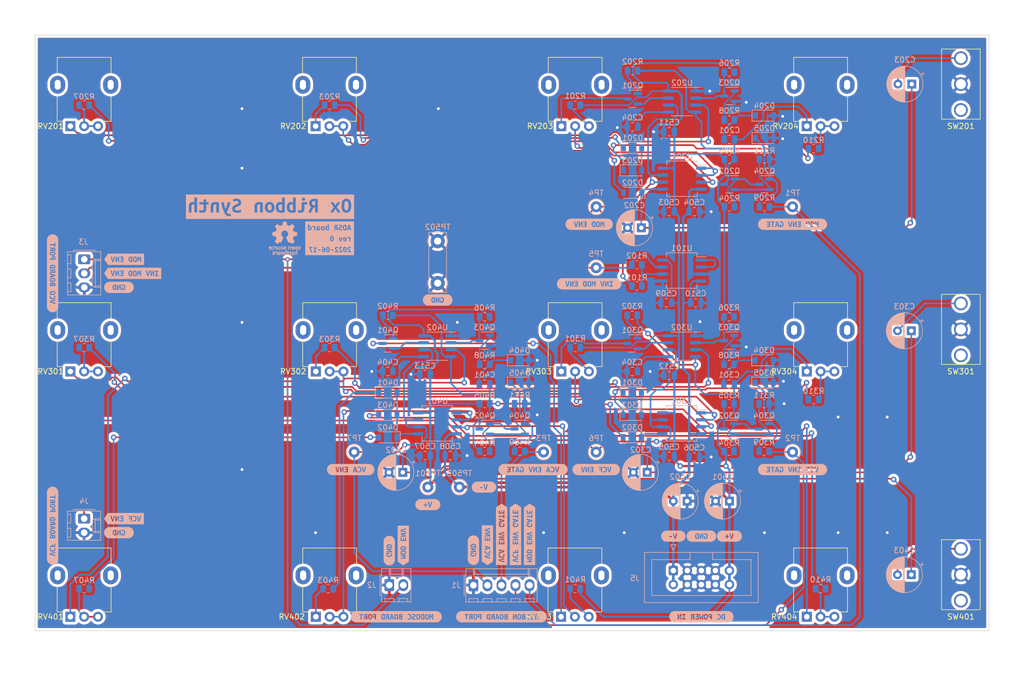
<source format=kicad_pcb>
(kicad_pcb (version 20211014) (generator pcbnew)
  (title_block (title "Josh Ox Ribbon Synth ADSR board") (date "2022-06-17") (rev "0") (comment 2 "creativecommons.org/licences/by/4.0") (comment 3 "license: CC by 4.0") (comment 4 "Author: Jordan Aceto"))
  (layers (0 "F.Cu" signal) (31 "B.Cu" signal) (34 "B.Paste" user) (35 "F.Paste" user) (36 "B.SilkS" user "B.Silkscreen") (37 "F.SilkS" user "F.Silkscreen") (38 "B.Mask" user) (39 "F.Mask" user) (44 "Edge.Cuts" user))
  (net 0 "")
  (net 1 "Net-(C201-Pad1)")
  (net 2 "Net-(C201-Pad2)")
  (net 3 "/modulation_ADSR/OUT")
  (net 4 "Net-(C202-Pad1)")
  (net 5 "Net-(C203-Pad2)")
  (net 6 "Net-(C204-Pad1)")
  (net 7 "Net-(C302-Pad1)")
  (net 8 "Net-(C301-Pad1)")
  (net 9 "Net-(C301-Pad2)")
  (net 10 "/VCF_ADSR/OUT")
  (net 11 "Net-(C402-Pad1)")
  (net 12 "Net-(C303-Pad2)")
  (net 13 "Net-(C304-Pad1)")
  (net 14 "Net-(D202-Pad2)")
  (net 15 "Net-(C401-Pad1)")
  (net 16 "Net-(C401-Pad2)")
  (net 17 "/VCA_ENV")
  (net 18 "Net-(D205-Pad1)")
  (net 19 "Net-(C403-Pad2)")
  (net 20 "Net-(C404-Pad1)")
  (net 21 "Net-(D302-Pad2)")
  (net 22 "+15V")
  (net 23 "GND")
  (net 24 "-15V")
  (net 25 "Net-(D201-Pad1)")
  (net 26 "Net-(D305-Pad1)")
  (net 27 "Net-(D402-Pad2)")
  (net 28 "Net-(D203-Pad1)")
  (net 29 "Net-(D405-Pad1)")
  (net 30 "Net-(D301-Pad1)")
  (net 31 "/modulation_ADSR/GATE")
  (net 32 "/VCF_ADSR/GATE")
  (net 33 "Net-(D303-Pad1)")
  (net 34 "/VCA_ADSR/GATE")
  (net 35 "Net-(D401-Pad1)")
  (net 36 "Net-(J3-Pad2)")
  (net 37 "Net-(R101-Pad2)")
  (net 38 "Net-(D403-Pad1)")
  (net 39 "Net-(U101-Pad1)")
  (net 40 "Net-(Q203-Pad1)")
  (net 41 "Net-(Q203-Pad3)")
  (net 42 "Net-(Q303-Pad1)")
  (net 43 "Net-(Q201-Pad1)")
  (net 44 "Net-(Q201-Pad2)")
  (net 45 "Net-(Q201-Pad3)")
  (net 46 "Net-(Q202-Pad1)")
  (net 47 "Net-(Q202-Pad2)")
  (net 48 "Net-(Q303-Pad3)")
  (net 49 "Net-(Q403-Pad1)")
  (net 50 "Net-(Q403-Pad3)")
  (net 51 "Net-(R201-Pad2)")
  (net 52 "Net-(R203-Pad1)")
  (net 53 "Net-(R207-Pad1)")
  (net 54 "Net-(R210-Pad2)")
  (net 55 "Net-(R301-Pad2)")
  (net 56 "Net-(R303-Pad1)")
  (net 57 "Net-(R307-Pad1)")
  (net 58 "Net-(Q301-Pad1)")
  (net 59 "Net-(Q301-Pad2)")
  (net 60 "Net-(Q301-Pad3)")
  (net 61 "Net-(Q302-Pad1)")
  (net 62 "Net-(Q302-Pad2)")
  (net 63 "Net-(R310-Pad2)")
  (net 64 "Net-(R401-Pad2)")
  (net 65 "Net-(R403-Pad1)")
  (net 66 "Net-(R407-Pad1)")
  (net 67 "Net-(R410-Pad2)")
  (net 68 "Net-(RV202-Pad2)")
  (net 69 "Net-(RV302-Pad2)")
  (net 70 "Net-(RV402-Pad2)")
  (net 71 "Net-(Q401-Pad1)")
  (net 72 "Net-(Q401-Pad2)")
  (net 73 "Net-(Q401-Pad3)")
  (net 74 "Net-(Q402-Pad1)")
  (net 75 "Net-(Q402-Pad2)")
  (net 76 "Net-(RV201-Pad1)")
  (net 77 "Net-(RV203-Pad2)")
  (net 78 "Net-(RV301-Pad1)")
  (net 79 "Net-(RV303-Pad2)")
  (net 80 "Net-(RV401-Pad1)")
  (net 81 "Net-(RV403-Pad2)")
  (footprint "Potentiometer_THT:Potentiometer_Alpha_RD901F-40-00D_Single_Vertical" (layer "F.Cu") (at 112.907 56.642 90)
    (fp_text reference "RV202")
    (fp_text value "500kA")
  )
  (footprint "custom_footprints:SPDT_mini_toggle" (layer "F.Cu") (at 229.747 49.022 180)
    (fp_text reference "SW201")
    (fp_text value "SW_SPDT")
  )
  (footprint "Potentiometer_THT:Potentiometer_Alpha_RD901F-40-00D_Single_Vertical" (layer "F.Cu") (at 68.497 145.542 90)
    (fp_text reference "RV401")
    (fp_text value "500kA")
  )
  (footprint "Potentiometer_THT:Potentiometer_Alpha_RD901F-40-00D_Single_Vertical" (layer "F.Cu") (at 68.497 56.642 90)
    (fp_text reference "RV201")
    (fp_text value "500kA")
  )
  (footprint "Potentiometer_THT:Potentiometer_Alpha_RD901F-40-00D_Single_Vertical" (layer "F.Cu") (at 68.497 101.092 90)
    (fp_text reference "RV301")
    (fp_text value "500kA")
  )
  (footprint "Potentiometer_THT:Potentiometer_Alpha_RD901F-40-00D_Single_Vertical" (layer "F.Cu") (at 201.847 101.092 90)
    (fp_text reference "RV304")
    (fp_text value "500kA")
  )
  (footprint "custom_footprints:SPDT_mini_toggle" (layer "F.Cu") (at 229.747 137.922 180)
    (fp_text reference "SW401")
    (fp_text value "SW_SPDT")
  )
  (footprint "Potentiometer_THT:Potentiometer_Alpha_RD901F-40-00D_Single_Vertical" (layer "F.Cu") (at 157.357 145.542 90)
    (fp_text reference "RV403")
    (fp_text value "10k")
  )
  (footprint "Potentiometer_THT:Potentiometer_Alpha_RD901F-40-00D_Single_Vertical" (layer "F.Cu") (at 112.947 145.542 90)
    (fp_text reference "RV402")
    (fp_text value "500kA")
  )
  (footprint "custom_footprints:SPDT_mini_toggle" (layer "F.Cu") (at 229.747 93.472 180)
    (fp_text reference "SW301")
    (fp_text value "SW_SPDT")
  )
  (footprint "Potentiometer_THT:Potentiometer_Alpha_RD901F-40-00D_Single_Vertical" (layer "F.Cu") (at 157.397 101.092 90)
    (fp_text reference "RV303")
    (fp_text value "10k")
  )
  (footprint "Potentiometer_THT:Potentiometer_Alpha_RD901F-40-00D_Single_Vertical" (layer "F.Cu") (at 201.847 145.542 90)
    (fp_text reference "RV404")
    (fp_text value "500kA")
  )
  (footprint "Potentiometer_THT:Potentiometer_Alpha_RD901F-40-00D_Single_Vertical" (layer "F.Cu") (at 201.847 56.642 90)
    (fp_text reference "RV204")
    (fp_text value "500kA")
  )
  (footprint "Potentiometer_THT:Potentiometer_Alpha_RD901F-40-00D_Single_Vertical" (layer "F.Cu") (at 112.947 101.092 90)
    (fp_text reference "RV302")
    (fp_text value "500kA")
  )
  (footprint "Potentiometer_THT:Potentiometer_Alpha_RD901F-40-00D_Single_Vertical" (layer "F.Cu") (at 157.397 56.642 90)
    (fp_text reference "RV203")
    (fp_text value "10k")
  )
  (footprint "Capacitor_SMD:C_0805_2012Metric" (layer "B.Cu") (at 137.291 116.332 180)
    (fp_text reference "C508")
    (fp_text value "100n")
  )
  (footprint "kibuzzard-62AC755C" (layer "B.Cu") (at 182.757 130.937 180)
    (fp_text reference "kibuzzard-62AC755C" hide)
    (fp_text value "G***" hide)
  )
  (footprint "Capacitor_SMD:C_0805_2012Metric" (layer "B.Cu") (at 143.51 103.378 180)
    (fp_text reference "C401")
    (fp_text value "10n")
  )
  (footprint "TestPoint:TestPoint_Keystone_5000-5004_Miniature" (layer "B.Cu") (at 154.182 115.697 180)
    (fp_text reference "TP3")
    (fp_text value "VCA env gate")
  )
  (footprint "Capacitor_THT:CP_Radial_D6.3mm_P2.50mm" (layer "B.Cu") (at 128.69038 119.38 180)
    (fp_text reference "C402")
    (fp_text value "2u2")
  )
  (footprint "kibuzzard-62AC762D" (layer "B.Cu") (at 78.2106 127.762 180)
    (fp_text reference "kibuzzard-62AC762D" hide)
    (fp_text value "G***" hide)
  )
  (footprint "Diode_SMD:D_SOD-123" (layer "B.Cu") (at 194.121 99.06)
    (fp_text reference "D304")
    (fp_text value "1N4148W")
  )
  (footprint "Resistor_SMD:R_0805_2012Metric" (layer "B.Cu") (at 149.86 115.57 180)
    (fp_text reference "R409")
    (fp_text value "100k")
  )
  (footprint "Capacitor_THT:CP_Radial_D6.3mm_P2.50mm" (layer "B.Cu") (at 187.837 124.587 180)
    (fp_text reference "C501")
    (fp_text value "10u")
  )
  (footprint "Resistor_SMD:R_0805_2012Metric" (layer "B.Cu") (at 187.771 115.57)
    (fp_text reference "R304")
    (fp_text value "10k")
  )
  (footprint "kibuzzard-62AC7711" (layer "B.Cu") (at 151.642 130.6068 90)
    (fp_text reference "kibuzzard-62AC7711" hide)
    (fp_text value "G***" hide)
  )
  (footprint "kibuzzard-62AC79E0" (layer "B.Cu") (at 199.267 118.872 180)
    (fp_text reference "kibuzzard-62AC79E0" hide)
    (fp_text value "G***" hide)
  )
  (footprint "Capacitor_SMD:C_0805_2012Metric" (layer "B.Cu") (at 176.407 88.646 180)
    (fp_text reference "C509")
    (fp_text value "100n")
  )
  (footprint "TestPoint:TestPoint_Bridge_Pitch7.62mm_Drill1.3mm" (layer "B.Cu") (at 135.005 77.47 -90)
    (fp_text reference "TP502")
    (fp_text value "GND")
  )
  (footprint "kibuzzard-62AC7758" (layer "B.Cu") (at 146.5874 130.6068 90)
    (fp_text reference "kibuzzard-62AC7758" hide)
    (fp_text value "G***" hide)
  )
  (footprint "TestPoint:TestPoint_Keystone_5000-5004_Miniature" (layer "B.Cu") (at 199.267 71.247 180)
    (fp_text reference "TP1")
    (fp_text value "mod env gate")
  )
  (footprint "TestPoint:TestPoint_Keystone_5000-5004_Miniature" (layer "B.Cu") (at 119.892 115.697 180)
    (fp_text reference "TP7")
    (fp_text value "VCA env")
  )
  (footprint "kibuzzard-62AC7ABD" (layer "B.Cu") (at 115.447 76.962 180)
    (fp_text reference "kibuzzard-62AC7ABD" hide)
    (fp_text value "G***" hide)
  )
  (footprint "Resistor_SMD:R_0805_2012Metric" (layer "B.Cu") (at 70.997 52.832)
    (fp_text reference "R207")
    (fp_text value "680")
  )
  (footprint "Capacitor_SMD:C_0805_2012Metric" (layer "B.Cu") (at 125.984 101.092 180)
    (fp_text reference "C404")
    (fp_text value "10n")
  )
  (footprint "kibuzzard-62AC792A" (layer "B.Cu") (at 177.677 130.937 180)
    (fp_text reference "kibuzzard-62AC792A" hide)
    (fp_text value "G***" hide)
  )
  (footprint "Capacitor_THT:CP_Radial_D6.3mm_P2.50mm" (layer "B.Cu") (at 172.95138 119.38 180)
    (fp_text reference "C302")
    (fp_text value "2u2")
  )
  (footprint "Resistor_SMD:R_0805_2012Metric" (layer "B.Cu") (at 170.245 90.932 180)
    (fp_text reference "R302")
    (fp_text value "1M")
  )
  (footprint "Capacitor_SMD:C_0805_2012Metric" (layer "B.Cu") (at 132.719 116.332 180)
    (fp_text reference "C507")
    (fp_text value "100n")
  )
  (footprint "Capacitor_SMD:C_0805_2012Metric" (layer "B.Cu") (at 187.827 59.055 180)
    (fp_text reference "C201")
    (fp_text value "10n")
  )
  (footprint "TestPoint:TestPoint_Keystone_5000-5004_Miniature" (layer "B.Cu") (at 163.707 82.296 180)
    (fp_text reference "TP5")
    (fp_text value "inv mod env")
  )
  (footprint "Capacitor_SMD:C_0805_2012Metric" (layer "B.Cu") (at 181.741 88.646 180)
    (fp_text reference "C510")
    (fp_text value "100n")
  )
  (footprint "Diode_SMD:D_SOD-123" (layer "B.Cu") (at 170.245 113.03 180)
    (fp_text reference "D302")
    (fp_text value "1N4148W")
  )
  (footprint "Resistor_SMD:R_0805_2012Metric" (layer "B.Cu") (at 194.177 62.611)
    (fp_text reference "R211")
    (fp_text value "100")
  )
  (footprint "Resistor_SMD:R_0805_2012Metric" (layer "B.Cu") (at 204.347 140.462 180)
    (fp_text reference "R410")
    (fp_text value "100")
  )
  (footprint "Diode_SMD:D_SOD-123" (layer "B.Cu") (at 125.984 104.902)
    (fp_text reference "D401")
    (fp_text value "1N4148W")
  )
  (footprint "Package_SO:SOIC-8_3.9x4.9mm_P1.27mm" (layer "B.Cu") (at 179.201 96.52 180)
    (fp_text reference "U302")
    (fp_text value "LM555xM")
  )
  (footprint "Resistor_SMD:R_0805_2012Metric" (layer "B.Cu") (at 171.073 81.788 180)
    (fp_text reference "R102")
    (fp_text value "100k")
  )
  (footprint "Resistor_SMD:R_0805_2012Metric" (layer "B.Cu") (at 159.897 52.832 180)
    (fp_text reference "R201")
    (fp_text value "4k7")
  )
  (footprint "Capacitor_SMD:C_0805_2012Metric" (layer "B.Cu") (at 187.771 103.378 180)
    (fp_text reference "C301")
    (fp_text value "10n")
  )
  (footprint "Resistor_SMD:R_0805_2012Metric" (layer "B.Cu") (at 187.771 106.934)
    (fp_text reference "R305")
    (fp_text value "10k")
  )
  (footprint "TestPoint:TestPoint_Keystone_5000-5004_Miniature" (layer "B.Cu") (at 199.267 115.697 180)
    (fp_text reference "TP2")
    (fp_text value "VCF env gate")
  )
  (footprint "Capacitor_SMD:C_0805_2012Metric" (layer "B.Cu") (at 170.301 56.769 180)
    (fp_text reference "C204")
    (fp_text value "10n")
  )
  (footprint "Resistor_SMD:R_0805_2012Metric" (layer "B.Cu") (at 115.447 96.774)
    (fp_text reference "R303")
    (fp_text value "100")
  )
  (footprint "TestPoint:TestPoint_Keystone_5000-5004_Miniature" (layer "B.Cu") (at 163.707 71.247 180)
    (fp_text reference "TP4")
    (fp_text value "mod env")
  )
  (footprint "kibuzzard-62AC792A" (layer "B.Cu") (at 143.387 122.047 180)
    (fp_text reference "kibuzzard-62AC792A" hide)
    (fp_text value "G***" hide)
  )
  (footprint "Capacitor_SMD:C_0805_2012Metric" (layer "B.Cu") (at 170.245 101.092 180)
    (fp_text reference "C304")
    (fp_text value "10n")
  )
  (footprint "Diode_SMD:D_SOD-123" (layer "B.Cu") (at 194.121 103.124)
    (fp_text reference "D305")
    (fp_text value "1N4148W")
  )
  (footprint "Capacitor_SMD:C_0805_2012Metric" (layer "B.Cu") (at 176.915 72.136 180)
    (fp_text reference "C503")
    (fp_text value "100n")
  )
  (footprint "Package_TO_SOT_SMD:SOT-23" (layer "B.Cu") (at 170.301 51.689 180)
    (fp_text reference "Q201")
    (fp_text value "2N7002")
  )
  (footprint "kibuzzard-62AC7A9F" (layer "B.Cu") (at 104.652 71.247 180)
    (fp_text reference "kibuzzard-62AC7A9F" hide)
    (fp_text value "G***" hide)
  )
  (footprint "Capacitor_SMD:C_0805_2012Metric" (layer "B.Cu") (at 176.915 57.658 180)
    (fp_text reference "C511")
    (fp_text value "100n")
  )
  (footprint "kibuzzard-62AC769B" (layer "B.Cu") (at 128.782 132.6388 90)
    (fp_text reference "kibuzzard-62AC769B" hide)
    (fp_text value "G***" hide)
  )
  (footprint "TestPoint:TestPoint_Keystone_5000-5004_Miniature" (layer "B.Cu") (at 133.227 122.047 180)
    (fp_text reference "TP501")
    (fp_text value "V+")
  )
  (footprint "kibuzzard-62AC79A3" (layer "B.Cu") (at 119.257 118.872 180)
    (fp_text reference "kibuzzard-62AC79A3" hide)
    (fp_text value "G***" hide)
  )
  (footprint "Package_TO_SOT_SMD:SOT-23" (layer "B.Cu") (at 170.245 96.012 180)
    (fp_text reference "Q301")
    (fp_text value "2N7002")
  )
  (footprint "kibuzzard-62AC7810" (layer "B.Cu") (at 127.512 145.542 180)
    (fp_text reference "kibuzzard-62AC7810" hide)
    (fp_text value "G***" hide)
  )
  (footprint "Capacitor_THT:CP_Radial_D6.3mm_P2.50mm" (layer "B.Cu") (at 220.76938 137.922 180)
    (fp_text reference "C403")
    (fp_text value "22u")
  )
  (footprint "Connector_Molex:Molex_KK-254_AE-6410-03A_1x03_P2.54mm_Vertical" (layer "B.Cu") (at 71.017 80.772 -90)
    (fp_text reference "J3")
    (fp_text value "VCO_port")
  )
  (footprint "kibuzzard-62AC795F" (layer "B.Cu") (at 199.267 74.422 180)
    (fp_text reference "kibuzzard-62AC795F" hide)
    (fp_text value "G***" hide)
  )
  (footprint "kibuzzard-62AC7972" (layer "B.Cu") (at 162.437 74.422 180)
    (fp_text reference "kibuzzard-62AC7972" hide)
    (fp_text value "G***" hide)
  )
  (footprint "Resistor_SMD:R_0805_2012Metric" (layer "B.Cu") (at 187.827 46.863 180)
    (fp_text reference "R206")
    (fp_text value "10k")
  )
  (footprint "Diode_SMD:D_SOD-123" (layer "B.Cu") (at 149.86 103.124)
    (fp_text reference "D405")
    (fp_text value "1N4148W")
  )
  (footprint "Symbol:OSHW-Logo_5.7x6mm_SilkScreen" (layer "B.Cu") (at 107.319 76.962 180)
    (fp_text reference "REF**" hide)
    (fp_text value "OSHW-Logo_5.7x6mm_SilkScreen" hide)
  )
  (footprint "Resistor_SMD:R_0805_2012Metric" (layer "B.Cu") (at 194.121 115.57 180)
    (fp_text reference "R309")
    (fp_text value "100k")
  )
  (footprint "kibuzzard-62AC791A" (layer "B.Cu") (at 133.227 125.222 180)
    (fp_text reference "kibuzzard-62AC791A" hide)
    (fp_text value "G***" hide)
  )
  (footprint "Connector_Molex:Molex_KK-254_AE-6410-02A_1x02_P2.54mm_Vertical" (layer "B.Cu") (at 126.242 139.807)
    (fp_text reference "J2")
    (fp_text value "modosc_port")
  )
  (footprint "kibuzzard-62AC7989" (layer "B.Cu") (at 162.437 85.217 180)
    (fp_text reference "kibuzzard-62AC7989" hide)
    (fp_text value "G***" hide)
  )
  (footprint "Diode_SMD:D_SOD-123" (layer "B.Cu") (at 125.984 113.03 180)
    (fp_text reference "D402")
    (fp_text value "1N4148W")
  )
  (footprint "Package_TO_SOT_SMD:SOT-23" (layer "B.Cu") (at 125.984 96.012 180)
    (fp_text reference "Q401")
    (fp_text value "2N7002")
  )
  (footprint "kibuzzard-62AC7596" (layer "B.Cu") (at 79.7854 83.312 180)
    (fp_text reference "kibuzzard-62AC7596" hide)
    (fp_text value "G***" hide)
  )
  (footprint "Capacitor_SMD:C_0805_2012Metric" (layer "B.Cu") (at 176.915 116.459 180)
    (fp_text reference "C505")
    (fp_text value "100n")
  )
  (footprint "Resistor_SMD:R_0805_2012Metric" (layer "B.Cu") (at 70.997 96.774)
    (fp_text reference "R307")
    (fp_text value "680")
  )
  (footprint "kibuzzard-62AC755C" (layer "B.Cu") (at 77.2962 85.852 180)
    (fp_text reference "kibuzzard-62AC755C" hide)
    (fp_text value "G***" hide)
  )
  (footprint "Capacitor_SMD:C_0805_2012Metric" (layer "B.Cu") (at 181.487 72.136 180)
    (fp_text reference "C504")
    (fp_text value "100n")
  )
  (footprint "kibuzzard-62AC77C9" (layer "B.Cu") (at 65.282 83.312 90)
    (fp_text reference "kibuzzard-62AC77C9" hide)
    (fp_text value "G***" hide)
  )
  (footprint "kibuzzard-62AC7771" (layer "B.Cu") (at 144.022 132.588 90)
    (fp_text reference "kibuzzard-62AC7771" hide)
    (fp_text value "G***" hide)
  )
  (footprint "Package_TO_SOT_SMD:SOT-23" (layer "B.Cu") (at 187.827 67.183 180)
    (fp_text reference "Q202")
    (fp_text value "MMBT3904")
  )
  (footprint "Package_TO_SOT_SMD:SOT-23" (layer "B.Cu") (at 149.86 111.506 180)
    (fp_text reference "Q404")
    (fp_text value "MMBT3904")
  )
  (footprint "Package_TO_SOT_SMD:SOT-23" (layer "B.Cu") (at 143.51 111.506 180)
    (fp_text reference "Q402")
    (fp_text value "MMBT3904")
  )
  (footprint "Connector_IDC:IDC-Header_2x05_P2.54mm_Vertical" (layer "B.Cu") (at 177.677 137.1695 -90)
    (fp_text reference "J5")
    (fp_text value "power_entry")
  )
  (footprint "Diode_SMD:D_SOD-123" (layer "B.Cu") (at 194.177 58.801)
    (fp_text reference "D205")
    (fp_text value "1N4148W")
  )
  (footprint "Resistor_SMD:R_0805_2012Metric" (layer "B.Cu") (at 115.193 140.462)
    (fp_text reference "R403")
    (fp_text value "100")
  )
  (footprint "TestPoint:TestPoint_Keystone_5000-5004_Miniature" (layer "B.Cu") (at 138.942 122.047 180)
    (fp_text reference "TP503")
    (fp_text value "V-")
  )
  (footprint "Capacitor_SMD:C_0805_2012Metric" (layer "B.Cu") (at 132.719 101.6 180)
    (fp_text reference "C513")
    (fp_text value "100n")
  )
  (footprint "Resistor_SMD:R_0805_2012Metric" (layer "B.Cu") (at 159.897 140.462 180)
    (fp_text reference "R401")
    (fp_text value "4k7")
  )
  (footprint "kibuzzard-62AC755C" (layer "B.Cu") (at 77.2962 130.302 180)
    (fp_text reference "kibuzzard-62AC755C" hide)
    (fp_text value "G***" hide)
  )
  (footprint "Diode_SMD:D_SOD-123" (layer "B.Cu") (at 170.245 108.966)
    (fp_text reference "D303")
    (fp_text value "1N4148W")
  )
  (footprint "Resistor_SMD:R_0805_2012Metric" (layer "B.Cu") (at 115.447 52.832)
    (fp_text reference "R203")
    (fp_text value "100")
  )
  (footprint "Diode_SMD:D_SOD-123" (layer "B.Cu") (at 170.245 104.902)
    (fp_text reference "D301")
    (fp_text value "1N4148W")
  )
  (footprint "kibuzzard-62AC77E4" (layer "B.Cu") (at 65.282 129.032 90)
    (fp_text reference "kibuzzard-62AC77E4" hide)
    (fp_text value "G***" hide)
  )
  (footprint "Package_SO:SO-8_5.3x6.2mm_P1.27mm" (layer "B.Cu") (at 179.201 110.49 180)
    (fp_text reference "U301")
    (fp_text value "TL072")
  )
  (footprint "Connector_Molex:Molex_KK-254_AE-6410-02A_1x02_P2.54mm_Vertical" (layer "B.Cu") (at 70.997 127.762 -90)
    (fp_text reference "J4")
    (fp_text value "VCF_port")
  )
  (footprint "Capacitor_THT:CP_Radial_D6.3mm_P2.50mm" (layer "B.Cu") (at 220.857 49.022 180)
    (fp_text reference "C203")
    (fp_text value "22u")
  )
  (footprint "Diode_SMD:D_SOD-123" (layer "B.Cu") (at 149.86 99.06)
    (fp_text reference "D404")
    (fp_text value "1N4148W")
  )
  (footprint "Resistor_SMD:R_0805_2012Metric" (layer "B.Cu") (at 143.51 99.822 180)
    (fp_text reference "R408")
    (fp_text value "10k")
  )
  (footprint "Resistor_SMD:R_0805_2012Metric" (layer "B.Cu") (at 170.301 46.609 180)
    (fp_text reference "R202")
    (fp_text value "1M")
  )
  (footprint "Resistor_SMD:R_0805_2012Metric" (layer "B.Cu") (at 159.897 96.774 180)
    (fp_text reference "R301")
    (fp_text value "4k7")
  )
  (footprint "Resistor_SMD:R_0805_2012Metric" (layer "B.Cu") (at 187.827 62.611)
    (fp_text reference "R205")
    (fp_text value "10k")
  )
  (footprint "Resistor_SMD:R_0805_2012Metric" (layer "B.Cu") (at 194.121 106.934)
    (fp_text reference "R311")
    (fp_text value "100")
  )
  (footprint "Package_SO:SO-8_5.3x6.2mm_P1.27mm" (layer "B.Cu") (at 134.94 110.49 180)
    (fp_text reference "U401")
    (fp_text value "TL072")
  )
  (footprint "kibuzzard-62AC79B4" (layer "B.Cu") (at 152.277 118.872 180)
    (fp_text reference "kibuzzard-62AC79B4" hide)
    (fp_text value "G***" hide)
  )
  (footprint "Resistor_SMD:R_0805_2012Metric" (layer "B.Cu") (at 187.827 55.499 180)
    (fp_text reference "R208")
    (fp_text value "10k")
  )
  (footprint "kibuzzard-62AC755C" (layer "B.Cu") (at 135.005 88.138 180)
    (fp_text reference "kibuzzard-62AC755C" hide)
    (fp_text value "G***" hide)
  )
  (footprint "Package_TO_SOT_SMD:SOT-23" (layer "B.Cu") (at 194.177 67.183 180)
    (fp_text reference "Q204")
    (fp_text value "MMBT3904")
  )
  (footprint "kibuzzard-62AC78CB" (layer "B.Cu") (at 182.757 145.542 180)
    (fp_text reference "kibuzzard-62AC78CB" hide)
    (fp_text value "G***" hide)
  )
  (footprint "kibuzzard-62AC758B" (layer "B.Cu") (at 78.236 80.772 180)
    (fp_text reference "kibuzzard-62AC758B" hide)
    (fp_text value "G***" hide)
  )
  (footprint "Resistor_SMD:R_0805_2012Metric" (layer "B.Cu") (at 143.51 115.57)
    (fp_text reference "R404")
    (fp_text value "10k")
  )
  (footprint "Capacitor_SMD:C_0805_2012Metric" (layer "B.Cu") (at 176.915 101.854 180)
    (fp_text reference "C512")
    (fp_text value "100n")
  )
  (footprint "TestPoint:TestPoint_Keystone_5000-5004_Miniature" (layer "B.Cu") (at 163.707 115.697 180)
    (fp_text reference "TP6")
    (fp_text value "VCF env")
  )
  (footprint "Package_TO_SOT_SMD:SOT-23" (layer "B.Cu") (at 187.771 95.504 180)
    (fp_text reference "Q303")
    (fp_text value "MMBT3904")
  )
  (footprint "Capacitor_SMD:C_0805_2012Metric" (layer "B.Cu") (at 181.487 116.586 180)
    (fp_text reference "C506")
    (fp_text value "100n")
  )
  (footprint "Resistor_SMD:R_0805_2012Metric" (layer "B.Cu") (at 149.86 106.934)
    (fp_text reference "R411")
    (fp_text value "100")
  )
  (footprint "Diode_SMD:D_SOD-123" (layer "B.Cu") (at 194.177 54.737)
    (fp_text reference "D204")
    (fp_text value "1N4148W")
  )
  (footprint "Diode_SMD:D_SOD-123" (layer "B.Cu") (at 170.301 68.707 180)
    (fp_text reference "D202")
    (fp_text value "1N4148W")
  )
  (footprint "Resistor_SMD:R_0805_2012Metric" (layer "B.Cu") (at 194.177 71.247 180)
    (fp_text reference "R209")
    (fp_text value "100k")
  )
  (footprint "Resistor_SMD:R_0805_2012Metric" (layer "B.Cu") (at 187.827 71.247)
    (fp_text reference "R204")
    (fp_text value "10k")
  )
  (footprint "Resistor_SMD:R_0805_2012Metric" (layer "B.Cu") (at 70.997 140.462)
    (fp_text reference "R407")
    (fp_text value "680")
  )
  (footprint "Resistor_SMD:R_0805_2012Metric" (layer "B.Cu") (at 143.51 91.186 180)
    (fp_text reference "R406")
    (fp_text value "10k")
  )
  (footprint "Package_TO_SOT_SMD:SOT-23" (layer "B.Cu") (at 143.51 95.504 180)
    (fp_text reference "Q403")
    (fp_text value "MMBT3904")
  )
  (footprint "Resistor_SMD:R_0805_2012Metric" (layer "B.Cu") (at 203.077 106.172)
    (fp_text reference "R310")
    (fp_text value "100")
  )
  (footprint "Package_SO:SO-8_5.3x6.2mm_P1.27mm" (layer "B.Cu") (at 179.257 66.167 180)
    (fp_text reference "U201")
    (fp_text value "TL072")
  )
  (footprint "Diode_SMD:D_SOD-123" (layer "B.Cu") (at 170.301 64.643)
    (fp_text reference "D203")
    (fp_text value "1N4148W")
  )
  (footprint "Connector_Molex:Molex_KK-254_AE-6410-05A_1x05_P2.54mm_Vertical" (layer "B.Cu") (at 141.482 139.827)
    (fp_text reference "J1")
    (fp_text value "ribbon_port")
  )
  (footprint "Resistor_SMD:R_0805_2012Metric" (layer "B.Cu") (at 143.51 106.934)
    (fp_text reference "R405")
    (fp_text value "10k")
  )
  (footprint "Diode_SMD:D_SOD-123" (layer "B.Cu") (at 125.984 108.966)
    (fp_text reference "D403")
    (fp_text value "1N4148W")
  )
  (footprint "Package_TO_SOT_SMD:SOT-23" (layer "B.Cu") (at 187.771 111.506 180)
    (fp_text reference "Q302")
    (fp_text value "MMBT3904")
  )
  (footprint "Diode_SMD:D_SOD-123" (layer "B.Cu") (at 170.301 60.579)
    (fp_text reference "D201")
    (fp_text value "1N4148W")
  )
  (footprint "Resistor_SMD:R_0805_2012Metric" (layer "B.Cu") (at 187.771 91.186 180)
    (fp_text reference "R306")
    (fp_text value "10k")
  )
  (footprint "Package_TO_SOT_SMD:SOT-23" (layer "B.Cu") (at 187.827 51.181 180)
    (fp_text reference "Q203")
    (fp_text value "MMBT3904")
  )
  (footprint "Capacitor_THT:CP_Radial_D6.3mm_P2.50mm" (layer "B.Cu") (at 180.177 124.587 180)
    (fp_text reference "C502")
    (fp_text value "10u")
  )
  (footprint "Capacitor_THT:CP_Radial_D6.3mm_P2.50mm" (layer "B.Cu") (at 171.88788 75.057 180)
    (fp_text reference "C202")
    (fp_text value "2u2")
  )
  (footprint "Resistor_SMD:R_0805_2012Metric" (layer "B.Cu") (at 125.984 90.932 180)
    (fp_text reference "R402")
    (fp_text value "1M")
  )
  (footprint "Resistor_SMD:R_0805_2012Metric" (layer "B.Cu") (at 187.771 99.822 180)
    (fp_text reference "R308")
    (fp_text value "10k")
  )
  (footprint "kibuzzard-62AC77FB" (layer "B.Cu") (at 146.562 145.542 180)
    (fp_text reference "kibuzzard-62AC77FB" hide)
    (fp_text value "G***" hide)
  )
  (footprint "Package_SO:SOIC-8_3.9x4.9mm_P1.27mm" (layer "B.Cu") (at 179.257 52.197 180)
    (fp_text reference "U202")
    (fp_text value "LM555xM")
  )
  (footprint "Package_SO:SOIC-8_3.9x4.9mm_P1.27mm" (layer "B.Cu") (at 134.94 96.52 180)
    (fp_text reference "U402")
    (fp_text value "LM555xM")
  )
  (footprint "kibuzzard-62AC7737" (layer "B.Cu") (at 149.102 130.6068 90)
    (fp_text reference "kibuzzard-62AC7737" hide)
    (fp_text value "G***" hide)
  )
  (footprint "Package_SO:SO-8_5.3x6.2mm_P1.27mm" (layer "B.Cu") (at 179.201 82.804 180)
    (fp_text reference "U101")
    (fp_text value "TL072")
  )
  (footprint "Resistor_SMD:R_0805_2012Metric" (layer "B.Cu") (at 171.073 85.598)
    (fp_text reference "R101")
    (fp_text value "100k")
  )
  (footprint "Resistor_SMD:R_0805_2012Metric" (layer "B.Cu") (at 203.077 60.706)
    (fp_text reference "R210")
    (fp_text value "100")
  )
  (footprint "kibuzzard-62AC79C5" (layer "B.Cu") (at 163.707 118.872 180)
    (fp_text reference "kibuzzard-62AC79C5" hide)
    (fp_text value "G***" hide)
  )
  (footprint "kibuzzard-62AC791A" (layer "B.Cu") (at 187.837 130.937 180)
    (fp_text reference "kibuzzard-62AC791A" hide)
    (fp_text value "G***" hide)
  )
  (footprint "kibuzzard-62AC755C" (layer "B.Cu") (at 141.482 133.477 90)
    (fp_text reference "kibuzzard-62AC755C" hide)
    (fp_text value "G***" hide)
  )
  (footprint "kibuzzard-62AC755C" (layer "B.Cu") (at 126.242 133.5532 90)
    (fp_text reference "kibuzzard-62AC755C" hide)
    (fp_text value "G***" hide)
  )
  (footprint "Package_TO_SOT_SMD:SOT-23" (layer "B.Cu") (at 194.121 111.506 180)
    (fp_text reference "Q304")
    (fp_text value "MMBT3904")
  )
  (footprint "Capacitor_THT:CP_Radial_D6.3mm_P2.50mm" (layer "B.Cu") (at 220.76938 93.726 180)
    (fp_text reference "C303")
    (fp_text value "22u")
  )
  (gr_line (start 234.827 148.082) (end 234.827 40.132) (layer "Edge.Cuts") (width 0.1))
  (gr_line (start 234.827 40.132) (end 62.107 40.132) (layer "Edge.Cuts") (width 0.1))
  (gr_line (start 62.107 148.082) (end 234.827 148.082) (layer "Edge.Cuts") (width 0.1))
  (gr_line (start 62.107 40.132) (end 62.107 148.082) (layer "Edge.Cuts") (width 0.1))
  (segment (start 182.757 55.88) (end 181.732 54.855) (width 0.3) (layer "B.Cu") (net 1))
  (segment (start 188.626 60.706) (end 183.519 60.706) (width 0.3) (layer "B.Cu") (net 1))
  (segment (start 188.7395 62.611) (end 188.7395 60.5925) (width 0.3) (layer "B.Cu") (net 1))
  (segment (start 186.8895 67.183) (end 187.583 66.4895) (width 0.3) (layer "B.Cu") (net 1))
  (segment (start 190.25 59.055) (end 188.777 59.055) (width 0.3) (layer "B.Cu") (net 1))
  (segment (start 188.7395 59.0925) (end 188.777 59.055) (width 0.3) (layer "B.Cu") (net 1))
  (segment (start 181.732 54.102) (end 180.654 54.102) (width 0.3) (layer "B.Cu") (net 1))
  (segment (start 200.283 53.086) (end 194.949 53.086) (width 0.3) (layer "B.Cu") (net 1))
  (segment (start 201.847 54.65) (end 200.283 53.086) (width 0.3) (layer "B.Cu") (net 1))
  (segment (start 181.732 54.855) (end 181.732 54.102) (width 0.3) (layer "B.Cu") (net 1))
  (segment (start 180.019 48.641) (end 177.987 46.609) (width 0.3) (layer "B.Cu") (net 1))
  (segment (start 188.7395 60.5925) (end 188.626 60.706) (width 0.3) (layer "B.Cu") (net 1))
  (segment (start 187.583 63.7675) (end 188.7395 62.611) (width 0.3) (layer "B.Cu") (net 1))
  (segment (start 187.583 66.4895) (end 187.583 63.7675) (width 0.3) (layer "B.Cu") (net 1))
  (segment (start 193.933 54.102) (end 193.933 55.372) (width 0.3) (layer "B.Cu") (net 1))
  (segment (start 193.933 55.372) (end 190.25 59.055) (width 0.3) (layer "B.Cu") (net 1))
  (segment (start 201.847 56.642) (end 201.847 54.65) (width 0.3) (layer "B.Cu") (net 1))
  (segment (start 194.949 53.086) (end 193.933 54.102) (width 0.3) (layer "B.Cu") (net 1))
  (segment (start 180.654 54.102) (end 180.019 53.467) (width 0.3) (layer "B.Cu") (net 1))
  (segment (start 180.019 53.467) (end 180.019 48.641) (width 0.3) (layer "B.Cu") (net 1))
  (segment (start 182.757 59.944) (end 182.757 55.88) (width 0.3) (layer "B.Cu") (net 1))
  (segment (start 188.7395 60.5925) (end 188.7395 59.0925) (width 0.3) (layer "B.Cu") (net 1))
  (segment (start 177.987 46.609) (end 171.2135 46.609) (width 0.3) (layer "B.Cu") (net 1))
  (segment (start 183.519 60.706) (end 182.757 59.944) (width 0.3) (layer "B.Cu") (net 1))
  (segment (start 186.877 59.055) (end 186.877 57.3615) (width 0.3) (layer "B.Cu") (net 2))
  (segment (start 186.877 57.3615) (end 188.7395 55.499) (width 0.3) (layer "B.Cu") (net 2))
  (segment (start 188.7395 55.499) (end 189.5015 54.737) (width 0.3) (layer "B.Cu") (net 2))
  (segment (start 189.5015 54.737) (end 192.527 54.737) (width 0.3) (layer "B.Cu") (net 2))
  (segment (start 166.755 76.962) (end 168.533 78.74) (width 0.3) (layer "F.Cu") (net 3))
  (segment (start 168.533 78.74) (end 168.533 83.82) (width 0.3) (layer "F.Cu") (net 3))
  (segment (start 163.707 71.247) (end 169.422 71.247) (width 0.3) (layer "F.Cu") (net 3))
  (segment (start 154.182 80.772) (end 71.017 80.772) (width 0.3) (layer "F.Cu") (net 3))
  (segment (start 163.707 71.247) (end 166.755 74.295) (width 0.3) (layer "F.Cu") (net 3))
  (segment (start 163.707 71.247) (end 154.182 80.772) (width 0.3) (layer "F.Cu") (net 3))
  (segment (start 169.422 71.247) (end 173.867 66.802) (width 0.3) (layer "F.Cu") (net 3))
  (segment (start 166.755 74.295) (end 166.755 76.962) (width 0.3) (layer "F.Cu") (net 3))
  (via (at 168.533 83.82) (size 1) (drill 0.5) (layers "F.Cu" "B.Cu") (net 3))
  (via (at 173.867 66.802) (size 1) (drill 0.5) (layers "F.Cu" "B.Cu") (net 3))
  (via (at 107.827 80.772) (size 0.8) (drill 0.4) (layers "F.Cu" "B.Cu") (net 3))
  (segment (start 121.523 147.066) (end 128.782 139.807) (width 0.3) (layer "B.Cu") (net 3))
  (segment (start 173.105 65.024) (end 173.105 56.896) (width 0.3) (layer "B.Cu") (net 3))
  (segment (start 173.603 66.421) (end 173.603 65.542) (width 0.3) (layer "B.Cu") (net 3))
  (segment (start 173.613 65.532) (end 173.105 65.024) (width 0.3) (layer "B.Cu") (net 3))
  (segment (start 173.984 66.802) (end 173.603 66.421) (width 0.3) (layer "B.Cu") (net 3))
  (segment (start 107.827 80.772) (end 107.827 144.78) (width 0.3) (layer "B.Cu") (net 3))
  (segment (start 168.533 83.82) (end 168.533 83.9705) (width 0.3) (layer "B.Cu") (net 3))
  (segment (start 177.677 55.372) (end 178.439 54.61) (width 0.3) (layer "B.Cu") (net 3))
  (segment (start 110.113 147.066) (end 121.523 147.066) (width 0.3) (layer "B.Cu") (net 3))
  (segment (start 107.827 144.78) (end 110.113 147.066) (width 0.3) (layer "B.Cu") (net 3))
  (segment (start 173.105 56.896) (end 174.629 55.372) (width 0.3) (layer "B.Cu") (net 3))
  (segment (start 175.757 66.802) (end 173.984 66.802) (width 0.3) (layer "B.Cu") (net 3))
  (segment (start 173.613 65.532) (end 175.757 65.532) (width 0.3) (layer "B.Cu") (net 3))
  (segment (start 174.629 55.372) (end 177.677 55.372) (width 0.3) (layer "B.Cu") (net 3))
  (segment (start 177.931 52.832) (end 176.782 52.832) (width 0.3) (layer "B.Cu") (net 3))
  (segment (start 178.439 54.61) (end 178.439 53.34) (width 0.3) (layer "B.Cu") (net 3))
  (segment (start 168.533 83.9705) (end 170.1605 85.598) (width 0.3) (layer "B.Cu") (net 3))
  (segment (start 178.439 53.34) (end 177.931 52.832) (width 0.3) (layer "B.Cu") (net 3))
  (segment (start 173.603 65.542) (end 173.613 65.532) (width 0.3) (layer "B.Cu") (net 3))
  (segment (start 171.88788 75.057) (end 219.714 75.057) (width 0.3) (layer "F.Cu") (net 4))
  (segment (start 219.714 75.057) (end 220.603 74.168) (width 0.3) (layer "F.Cu") (net 4))
  (via (at 220.603 74.168) (size 1) (drill 0.5) (layers "F.Cu" "B.Cu") (net 4))
  (segment (start 220.857 49.022) (end 220.857 73.914) (width 0.3) (layer "B.Cu") (net 4))
  (segment (start 220.857 73.914) (end 220.603 74.168) (width 0.3) (layer "B.Cu") (net 4))
  (segment (start 175.757 68.072) (end 172.586 68.072) (width 0.3) (layer "B.Cu") (net 4))
  (segment (start 171.951 60.579) (end 171.951 68.707) (width 0.3) (layer "B.Cu") (net 4))
  (segment (start 171.88788 75.057) (end 171.88788 68.77012) (width 0.3) (layer "B.Cu") (net 4))
  (segment (start 172.586 68.072) (end 171.951 68.707) (width 0.3) (layer "B.Cu") (net 4))
  (segment (start 171.88788 68.77012) (end 171.951 68.707) (width 0.3) (layer "B.Cu") (net 4))
  (segment (start 221.239 44.322) (end 229.747 44.322) (width 0.3) (layer "B.Cu") (net 5))
  (segment (start 218.357 49.022) (end 218.357 47.204) (width 0.3) (layer "B.Cu") (net 5))
  (segment (start 218.357 47.204) (end 221.239 44.322) (width 0.3) (layer "B.Cu") (net 5))
  (segment (start 172.714 54.102) (end 176.782 54.102) (width 0.3) (layer "B.Cu") (net 6))
  (segment (start 171.251 55.565) (end 172.714 54.102) (width 0.3) (layer "B.Cu") (net 6))
  (segment (start 171.251 56.769) (end 171.251 55.565) (width 0.3) (layer "B.Cu") (net 6))
  (segment (start 217.809 119.38) (end 220.603 116.586) (width 0.3) (layer "F.Cu") (net 7))
  (segment (start 172.95138 119.38) (end 217.809 119.38) (width 0.3) (layer "F.Cu") (net 7))
  (via (at 220.603 116.586) (size 1) (drill 0.5) (layers "F.Cu" "B.Cu") (net 7))
  (segment (start 171.895 115.188) (end 171.895 113.03) (width 0.3) (layer "B.Cu") (net 7))
  (segment (start 175.701 112.395) (end 172.53 112.395) (width 0.3) (layer "B.Cu") (net 7))
  (segment (start 172.53 112.395) (end 171.895 113.03) (width 0.3) (layer "B.Cu") (net 7))
  (segment (start 171.895 104.902) (end 171.895 113.03) (width 0.3) (layer "B.Cu") (net 7))
  (segment (start 220.76938 93.726) (end 220.76938 116.41962) (width 0.3) (layer "B.Cu") (net 7))
  (segment (start 220.76938 116.41962) (end 220.603 116.586) (width 0.3) (layer "B.Cu") (net 7))
  (segment (start 172.95138 116.24438) (end 171.895 115.188) (width 0.3) (layer "B.Cu") (net 7))
  (segment (start 172.95138 119.38) (end 172.95138 116.24438) (width 0.3) (layer "B.Cu") (net 7))
  (segment (start 178.758 99.887) (end 181.676 99.887) (width 0.3) (layer "F.Cu") (net 8))
  (segment (start 173.105 94.234) (end 178.758 99.887) (width 0.3) (layer "F.Cu") (net 8))
  (via (at 181.676 99.887) (size 1) (drill 0.5) (layers "F.Cu" "B.Cu") (net 8))
  (via (at 173.105 94.234) (size 1) (drill 0.5) (layers "F.Cu" "B.Cu") (net 8))
  (segment (start 188.6835 108.317916) (end 188.6835 106.934) (width 0.3) (layer "B.Cu") (net 8))
  (segment (start 199.013 97.028) (end 195.965 97.028) (width 0.3) (layer "B.Cu") (net 8))
  (segment (start 188.6835 103.4155) (end 188.721 103.378) (width 0.3) (layer "B.Cu") (net 8))
  (segment (start 201.847 101.092) (end 201.847 99.862) (width 0.3) (layer "B.Cu") (net 8))
  (segment (start 181.676 103.567) (end 183.265 105.156) (width 0.3) (layer "B.Cu") (net 8))
  (segment (start 193.679 100.33) (end 192.917 101.092) (width 0.3) (layer "B.Cu") (net 8))
  (segment (start 195.965 97.028) (end 193.679 99.314) (width 0.3) (layer "B.Cu") (net 8))
  (segment (start 188.6835 106.934) (end 188.6835 105.0715) (width 0.3) (layer "B.Cu") (net 8))
  (segment (start 186.8335 110.167916) (end 188.6835 108.317916) (width 0.3) (layer "B.Cu") (net 8))
  (segment (start 171.1575 90.932) (end 171.1575 92.2865) (width 0.3) (layer "B.Cu") (net 8))
  (segment (start 188.6835 105.0715) (end 188.6835 103.4155) (width 0.3) (layer "B.Cu") (net 8))
  (segment (start 201.847 99.862) (end 199.013 97.028) (width 0.3) (layer "B.Cu") (net 8))
  (segment (start 192.917 101.092) (end 191.007 101.092) (width 0.3) (layer "B.Cu") (net 8))
  (segment (start 186.8335 111.506) (end 186.8335 110.167916) (width 0.3) (layer "B.Cu") (net 8))
  (segment (start 183.265 105.156) (end 188.599 105.156) (width 0.3) (layer "B.Cu") (net 8))
  (segment (start 171.1575 92.2865) (end 173.105 94.234) (width 0.3) (layer "B.Cu") (net 8))
  (segment (start 188.599 105.156) (end 188.6835 105.0715) (width 0.3) (layer "B.Cu") (net 8))
  (segment (start 191.007 101.092) (end 188.721 103.378) (width 0.3) (layer "B.Cu") (net 8))
  (segment (start 181.676 98.425) (end 181.676 103.567) (width 0.3) (layer "B.Cu") (net 8))
  (segment (start 193.679 99.314) (end 193.679 100.33) (width 0.3) (layer "B.Cu") (net 8))
  (segment (start 189.4455 99.06) (end 192.471 99.06) (width 0.3) (layer "B.Cu") (net 9))
  (segment (start 188.6835 99.822) (end 189.4455 99.06) (width 0.3) (layer "B.Cu") (net 9))
  (segment (start 186.821 101.6845) (end 188.6835 99.822) (width 0.3) (layer "B.Cu") (net 9))
  (segment (start 186.821 103.378) (end 186.821 101.6845) (width 0.3) (layer "B.Cu") (net 9))
  (segment (start 136.402 109.982) (end 73.537 109.982) (width 0.3) (layer "F.Cu") (net 10))
  (segment (start 163.707 115.697) (end 161.548 113.538) (width 0.3) (layer "F.Cu") (net 10))
  (segment (start 165.612 113.792) (end 174.629 113.792) (width 0.3) (layer "F.Cu") (net 10))
  (segment (start 139.958 113.538) (end 136.402 109.982) (width 0.3) (layer "F.Cu") (net 10))
  (segment (start 163.707 115.697) (end 165.612 113.792) (width 0.3) (layer "F.Cu") (net 10))
  (segment (start 73.537 109.982) (end 70.997 112.522) (width 0.3) (layer "F.Cu") (net 10))
  (segment (start 70.997 112.522) (end 70.997 127.762) (width 0.3) (layer "F.Cu") (net 10))
  (segment (start 161.548 113.538) (end 139.958 113.538) (width 0.3) (layer "F.Cu") (net 10))
  (via (at 174.629 113.792) (size 1) (drill 0.5) (layers "F.Cu" "B.Cu") (net 10))
  (segment (start 174.629 104.394) (end 175.702425 104.394) (width 0.3) (layer "B.Cu") (net 10))
  (segment (start 178.143489 97.494489) (end 177.804 97.155) (width 0.3) (layer "B.Cu") (net 10))
  (segment (start 176.915 100.711) (end 178.143489 99.482511) (width 0.3) (layer "B.Cu") (net 10))
  (segment (start 178.143489 99.482511) (end 178.143489 97.494489) (width 0.3) (layer "B.Cu") (net 10))
  (segment (start 177.169 111.506) (end 176.788 111.125) (width 0.3) (layer "B.Cu") (net 10))
  (segment (start 176.915 103.181425) (end 176.915 100.711) (width 0.3) (layer "B.Cu") (net 10))
  (segment (start 173.547 110.744) (end 173.547 109.855) (width 0.3) (layer "B.Cu") (net 10))
  (segment (start 174.629 113.792) (end 176.310713 113.792) (width 0.3) (layer "B.Cu") (net 10))
  (segment (start 173.547 109.855) (end 173.547 105.476) (width 0.3) (layer "B.Cu") (net 10))
  (segment (start 175.702425 104.394) (end 176.915 103.181425) (width 0.3) (layer "B.Cu") (net 10))
  (segment (start 173.928 111.125) (end 173.547 110.744) (width 0.3) (layer "B.Cu") (net 10))
  (segment (start 173.547 109.855) (end 175.701 109.855) (width 0.3) (layer "B.Cu") (net 10))
  (segment (start 177.169 112.933713) (end 177.169 111.506) (width 0.3) (layer "B.Cu") (net 10))
  (segment (start 175.701 111.125) (end 173.928 111.125) (width 0.3) (layer "B.Cu") (net 10))
  (segment (start 173.547 105.476) (end 174.629 104.394) (width 0.3) (layer "B.Cu") (net 10))
  (segment (start 177.804 97.155) (end 176.726 97.155) (width 0.3) (layer "B.Cu") (net 10))
  (segment (start 176.310713 113.792) (end 177.169 112.933713) (width 0.3) (layer "B.Cu") (net 10))
  (segment (start 176.788 111.125) (end 175.701 111.125) (width 0.3) (layer "B.Cu") (net 10))
  (segment (start 217.434511 120.529511) (end 142.504511 120.529511) (width 0.3) (layer "F.Cu") (net 11))
  (segment (start 140.24749 118.27249) (end 136.153674 118.27249) (width 0.3) (layer "F.Cu") (net 11))
  (segment (start 136.153674 118.27249) (end 135.046164 119.38) (width 0.3) (layer "F.Cu") (net 11))
  (segment (start 142.504511 120.529511) (end 140.24749 118.27249) (width 0.3) (layer "F.Cu") (net 11))
  (segment (start 135.046164 119.38) (end 128.69038 119.38) (width 0.3) (layer "F.Cu") (net 11))
  (segment (start 217.555 120.65) (end 217.434511 120.529511) (width 0.3) (layer "F.Cu") (net 11))
  (via (at 217.555 120.65) (size 1) (drill 0.5) (layers "F.Cu" "B.Cu") (net 11))
  (segment (start 128.69038 116.24438) (end 127.634 115.188) (width 0.3) (layer "B.Cu") (net 11))
  (segment (start 128.69038 119.38) (end 128.69038 116.24438) (width 0.3) (layer "B.Cu") (net 11))
  (segment (start 220.76938 123.86438) (end 217.555 120.65) (width 0.3) (layer "B.Cu") (net 11))
  (segment (start 220.76938 137.922) (end 220.76938 123.86438) (width 0.3) (layer "B.Cu") (net 11))
  (segment (start 131.44 112.395) (end 128.269 112.395) (width 0.3) (layer "B.Cu") (net 11))
  (segment (start 127.634 104.902) (end 127.634 113.03) (width 0.3) (layer "B.Cu") (net 11))
  (segment (start 127.634 115.188) (end 127.634 113.03) (width 0.3) (layer "B.Cu") (net 11))
  (segment (start 128.269 112.395) (end 127.634 113.03) (width 0.3) (layer "B.Cu") (net 11))
  (segment (start 223.22338 88.772) (end 229.747 88.772) (width 0.3) (layer "B.Cu") (net 12))
  (segment (start 218.26938 93.726) (end 223.22338 88.772) (width 0.3) (layer "B.Cu") (net 12))
  (segment (start 171.195 101.092) (end 171.195 99.888) (width 0.3) (layer "B.Cu") (net 13))
  (segment (start 171.195 99.888) (end 172.658 98.425) (width 0.3) (layer "B.Cu") (net 13))
  (segment (start 172.658 98.425) (end 176.726 98.425) (width 0.3) (layer "B.Cu") (net 13))
  (segment (start 119.13 61.087) (end 117.352 59.309) (width 0.3) (layer "F.Cu") (net 14))
  (segment (start 165.231 61.087) (end 119.13 61.087) (width 0.3) (layer "F.Cu") (net 14))
  (segment (start 167.009 62.865) (end 165.231 61.087) (width 0.3) (layer "F.Cu") (net 14))
  (segment (start 117.352 59.309) (end 75.442 59.309) (width 0.3) (layer "F.Cu") (net 14))
  (via (at 167.009 62.865) (size 1) (drill 0.5) (layers "F.Cu" "B.Cu") (net 14))
  (via (at 75.442 59.309) (size 1) (drill 0.5) (layers "F.Cu" "B.Cu") (net 14))
  (segment (start 71.9095 52.832) (end 75.442 56.3645) (width 0.3) (layer "B.Cu") (net 14))
  (segment (start 167.009 67.065) (end 167.009 62.865) (width 0.3) (layer "B.Cu") (net 14))
  (segment (start 75.442 56.3645) (end 75.442 59.309) (width 0.3) (layer "B.Cu") (net 14))
  (segment (start 168.651 68.707) (end 167.009 67.065) (width 0.3) (layer "B.Cu") (net 14))
  (segment (start 200.537 112.268) (end 183.773 112.268) (width 0.3) (layer "F.Cu") (net 15))
  (segment (start 201.807 110.998) (end 200.537 112.268) (width 0.3) (layer "F.Cu") (net 15))
  (segment (start 159.389 107.95) (end 158.373 106.934) (width 0.3) (layer "F.Cu") (net 15))
  (segment (start 183.773 112.268) (end 179.455 107.95) (width 0.3) (layer "F.Cu") (net 15))
  (segment (start 158.373 106.934) (end 145.927 106.934) (width 0.3) (layer "F.Cu") (net 15))
  (segment (start 179.455 107.95) (end 159.389 107.95) (width 0.3) (layer "F.Cu") (net 15))
  (via (at 145.927 106.934) (size 1) (drill 0.5) (layers "F.Cu" "B.Cu") (net 15))
  (via (at 201.807 110.998) (size 1) (drill 0.5) (layers "F.Cu" "B.Cu") (net 15))
  (segment (start 144.4225 103.4155) (end 144.46 103.378) (width 0.3) (layer "B.Cu") (net 15))
  (segment (start 133.67 90.932) (end 126.8965 90.932) (width 0.3) (layer "B.Cu") (net 15))
  (segment (start 144.4225 105.4295) (end 144.4225 103.4155) (width 0.3) (layer "B.Cu") (net 15))
  (segment (start 142.5725 111.506) (end 142.5725 110.486916) (width 0.3) (layer "B.Cu") (net 15))
  (segment (start 136.337 98.425) (end 135.702 97.79) (width 0.3) (layer "B.Cu") (net 15))
  (segment (start 201.847 145.542) (end 201.847 111.038) (width 0.3) (layer "B.Cu") (net 15))
  (segment (start 144.4225 106.934) (end 144.4225 105.4295) (width 0.3) (layer "B.Cu") (net 15))
  (segment (start 144.4225 105.4295) (end 139.5965 105.4295) (width 0.3) (layer "B.Cu") (net 15))
  (segment (start 137.415 103.248) (end 137.415 98.425) (width 0.3) (layer "B.Cu") (net 15))
  (segment (start 139.5965 105.4295) (end 137.415 103.248) (width 0.3) (layer "B.Cu") (net 15))
  (segment (start 135.702 92.964) (end 133.67 90.932) (width 0.3) (layer "B.Cu") (net 15))
  (segment (start 145.927 106.934) (end 144.4225 106.934) (width 0.3) (layer "B.Cu") (net 15))
  (segment (start 201.847 111.038) (end 201.807 110.998) (width 0.3) (layer "B.Cu") (net 15))
  (segment (start 142.5725 110.486916) (end 144.4225 108.636916) (width 0.3) (layer "B.Cu") (net 15))
  (segment (start 144.4225 108.636916) (end 144.4225 106.934) (width 0.3) (layer "B.Cu") (net 15))
  (segment (start 137.415 98.425) (end 136.337 98.425) (width 0.3) (layer "B.Cu") (net 15))
  (segment (start 135.702 97.79) (end 135.702 92.964) (width 0.3) (layer "B.Cu") (net 15))
  (segment (start 142.56 103.378) (end 142.56 101.6845) (width 0.3) (layer "B.Cu") (net 16))
  (segment (start 144.4225 99.822) (end 145.1845 99.06) (width 0.3) (layer "B.Cu") (net 16))
  (segment (start 142.56 101.6845) (end 144.4225 99.822) (width 0.3) (layer "B.Cu") (net 16))
  (segment (start 145.1845 99.06) (end 148.21 99.06) (width 0.3) (layer "B.Cu") (net 16))
  (segment (start 127.735826 115.697) (end 129.045326 114.3875) (width 0.3) (layer "F.Cu") (net 17))
  (segment (start 119.892 115.697) (end 127.735826 115.697) (width 0.3) (layer "F.Cu") (net 17))
  (via (at 129.045326 114.3875) (size 1) (drill 0.5) (layers "F.Cu" "B.Cu") (net 17))
  (segment (start 133.989 98.806) (end 133.989 97.536) (width 0.3) (layer "B.Cu") (net 17))
  (segment (start 129.29 109.855) (end 128.909 109.474) (width 0.3) (layer "B.Cu") (net 17))
  (segment (start 132.973 113.03) (end 131.6155 114.3875) (width 0.3) (layer "B.Cu") (net 17))
  (segment (start 132.592 111.125) (end 132.973 111.506) (width 0.3) (layer "B.Cu") (net 17))
  (segment (start 123.194 137.287) (end 119.892 133.985) (width 0.3) (layer "B.Cu") (net 17))
  (segment (start 144.022 139.827) (end 141.482 137.287) (width 0.3) (layer "B.Cu") (net 17))
  (segment (start 129.286 110.744) (end 129.286 109.859) (width 0.3) (layer "B.Cu") (net 17))
  (segment (start 129.667 111.125) (end 129.286 110.744) (width 0.3) (layer "B.Cu") (net 17))
  (segment (start 133.989 97.536) (end 133.608 97.155) (width 0.3) (layer "B.Cu") (net 17))
  (segment (start 133.481 99.314) (end 133.989 98.806) (width 0.3) (layer "B.Cu") (net 17))
  (segment (start 131.6155 114.3875) (end 129.045326 114.3875) (width 0.3) (layer "B.Cu") (net 17))
  (segment (start 128.909 101.346) (end 130.941 99.314) (width 0.3) (layer "B.Cu") (net 17))
  (segment (start 129.286 109.859) (end 129.29 109.855) (width 0.3) (layer "B.Cu") (net 17))
  (segment (start 133.608 97.155) (end 132.465 97.155) (width 0.3) (layer "B.Cu") (net 17))
  (segment (start 130.941 99.314) (end 133.481 99.314) (width 0.3) (layer "B.Cu") (net 17))
  (segment (start 141.482 137.287) (end 123.194 137.287) (width 0.3) (layer "B.Cu") (net 17))
  (segment (start 131.44 111.125) (end 129.667 111.125) (width 0.3) (layer "B.Cu") (net 17))
  (segment (start 129.29 109.855) (end 131.44 109.855) (width 0.3) (layer "B.Cu") (net 17))
  (segment (start 119.892 133.985) (end 119.892 115.697) (width 0.3) (layer "B.Cu") (net 17))
  (segment (start 132.973 111.506) (end 132.973 113.03) (width 0.3) (layer "B.Cu") (net 17))
  (segment (start 131.44 111.125) (end 132.592 111.125) (width 0.3) (layer "B.Cu") (net 17))
  (segment (start 128.909 109.474) (end 128.909 101.346) (width 0.3) (layer "B.Cu") (net 17))
  (segment (start 194.177 60.451) (end 192.527 58.801) (width 0.3) (layer "B.Cu") (net 18))
  (segment (start 195.1145 66.233) (end 195.1145 65.3265) (width 0.3) (layer "B.Cu") (net 18))
  (segment (start 194.177 64.389) (end 194.177 60.451) (width 0.3) (layer "B.Cu") (net 18))
  (segment (start 193.2645 71.247) (end 193.2645 70.3815) (width 0.3) (layer "B.Cu") (net 18))
  (segment (start 194.431 69.215) (end 195.701 69.215) (width 0.3) (layer "B.Cu") (net 18))
  (segment (start 195.1145 65.3265) (end 194.177 64.389) (width 0.3) (layer "B.Cu") (net 18))
  (segment (start 195.701 69.215) (end 196.463 68.453) (width 0.3) (layer "B.Cu") (net 18))
  (segment (start 196.463 66.929) (end 195.767 66.233) (width 0.3) (layer "B.Cu") (net 18))
  (segment (start 196.463 68.453) (end 196.463 66.929) (width 0.3) (layer "B.Cu") (net 18))
  (segment (start 193.2645 70.3815) (end 194.431 69.215) (width 0.3) (layer "B.Cu") (net 18))
  (segment (start 195.767 66.233) (end 195.1145 66.233) (width 0.3) (layer "B.Cu") (net 18))
  (segment (start 220.985 133.222) (end 229.747 133.222) (width 0.3) (layer "F.Cu") (net 19))
  (segment (start 218.26938 135.93762) (end 220.985 133.222) (width 0.3) (layer "F.Cu") (net 19))
  (segment (start 218.26938 137.922) (end 218.26938 135.93762) (width 0.3) (layer "F.Cu") (net 19))
  (segment (start 128.397 98.425) (end 132.465 98.425) (width 0.3) (layer "B.Cu") (net 20))
  (segment (start 126.934 101.092) (end 126.934 99.888) (width 0.3) (layer "B.Cu") (net 20))
  (segment (start 126.934 99.888) (end 128.397 98.425) (width 0.3) (layer "B.Cu") (net 20))
  (segment (start 166.247 107.061) (end 160.804877 107.061) (width 0.3) (layer "F.Cu") (net 21))
  (segment (start 160.804877 107.061) (end 160.502876 107.363001) (width 0.3) (layer "F.Cu") (net 21))
  (segment (start 160.502876 107.363001) (end 159.799124 107.363001) (width 0.3) (layer "F.Cu") (net 21))
  (segment (start 159.799124 107.363001) (end 158.100123 105.664) (width 0.3) (layer "F.Cu") (net 21))
  (segment (start 79.0855 105.664) (end 76.458 103.0365) (width 0.3) (layer "F.Cu") (net 21))
  (segment (start 158.100123 105.664) (end 79.0855 105.664) (width 0.3) (layer "F.Cu") (net 21))
  (via (at 166.247 107.061) (size 1) (drill 0.5) (layers "F.Cu" "B.Cu") (net 21))
  (via (at 76.458 103.0365) (size 1) (drill 0.5) (layers "F.Cu" "B.Cu") (net 21))
  (segment (start 168.595 113.03) (end 166.247 110.682) (width 0.3) (layer "B.Cu") (net 21))
  (segment (start 76.585 102.9095) (end 76.458 103.0365) (width 0.3) (layer "B.Cu") (net 21))
  (segment (start 76.585 101.4495) (end 76.585 102.9095) (width 0.3) (layer "B.Cu") (net 21))
  (segment (start 71.9095 96.774) (end 76.585 101.4495) (width 0.3) (layer "B.Cu") (net 21))
  (segment (start 166.247 110.682) (end 166.247 107.061) (width 0.3) (layer "B.Cu") (net 21))
  (segment (start 178.947 118.237) (end 187.202 118.237) (width 0.4) (layer "F.Cu") (net 22))
  (segment (start 187.837 124.587) (end 184.499509 121.249511) (width 0.5) (layer "F.Cu") (net 22))
  (segment (start 141.319511 121.249511) (end 138.942001 118.872001) (width 0.5) (layer "F.Cu") (net 22))
  (segment (start 136.402 118.872) (end 133.227 122.047) (width 0.5) (layer "F.Cu") (net 22))
  (segment (start 184.499509 121.249511) (end 141.319511 121.249511) (width 0.5) (layer "F.Cu") (net 22))
  (segment (start 138.942001 118.872001) (end 136.402 118.872) (width 0.5) (layer "F.Cu") (net 22))
  (via (at 178.947 118.237) (size 1) (drill 0.5) (layers "F.Cu" "B.Cu") (net 22))
  (via (at 187.202 118.237) (size 1) (drill 0.5) (layers "F.Cu" "B.Cu") (net 22))
  (segment (start 160.8095 141.3745) (end 164.977 145.542) (width 0.3) (layer "B.Cu") (net 22))
  (segment (start 187.837 118.872) (end 187.837 124.587) (width 0.4) (layer "B.Cu") (net 22))
  (segment (start 172.79548 51.36352) (end 173.867 50.292) (width 0.25) (layer "B.Cu") (net 22))
  (segment (start 134.497 95.504) (end 133.608 94.615) (width 0.4) (layer "B.Cu") (net 22))
  (segment (start 177.865 61.656) (end 177.865 57.658) (width 0.4) (layer "B.Cu") (net 22))
  (segment (start 141.48548 110.86752) (end 142.5975 109.7555) (width 0.3) (layer "B.Cu") (net 22))
  (segment (start 169.629072 52.832) (end 171.097552 51.36352) (width 0.25) (layer "B.Cu") (net 22))
  (segment (start 173.17648 95.68652) (end 174.248 94.615) (width 0.25) (layer "B.Cu") (net 22))
  (segment (start 185.74648 110.54852) (end 186.8585 109.4365) (width 0.3) (layer "B.Cu") (net 22))
  (segment (start 133.608 94.615) (end 132.465 94.615) (width 0.4) (layer "B.Cu") (net 22))
  (segment (start 186.8585 115.57) (end 185.74648 114.45798) (width 0.3) (layer "B.Cu") (net 22))
  (segment (start 176.407 48.768) (end 176.782 49.143) (width 0.3) (layer "B.Cu") (net 22))
  (segment (start 127.114151 92.71) (end 131.703 92.71) (width 0.3) (layer "B.Cu") (net 22))
  (segment (start 133.669 116.332) (end 133.669 108.524) (width 0.4) (layer "B.Cu") (net 22))
  (segment (start 179.201 51.054) (end 178.439 50.292) (width 0.4) (layer "B.Cu") (net 22))
  (segment (start 174.248 94.615) (end 176.726 94.615) (width 0.25) (layer "B.Cu") (net 22))
  (segment (start 177.357 88.646) (end 177.357 81.722) (width 0.3) (layer "B.Cu") (net 22))
  (segment (start 177.865 57.658) (end 177.865 56.454) (width 0.4) (layer "B.Cu") (net 22))
  (segment (start 169.961928 96.774) (end 171.049408 95.68652) (width 0.25) (layer "B.Cu") (net 22))
  (segment (start 187.202 118.237) (end 187.837 118.872) (width 0.4) (layer "B.Cu") (net 22))
  (segment (start 187.837 137.1695) (end 187.837 124.587) (width 0.5) (layer "B.Cu") (net 22))
  (segment (start 177.677 64.262) (end 177.865 64.074) (width 0.4) (layer "B.Cu") (net 22))
  (segment (start 177.865 64.074) (end 177.865 61.656) (width 0.4) (layer "B.Cu") (net 22))
  (segment (start 133.669 100.65) (end 135.005 99.314) (width 0.4) (layer "B.Cu") (net 22))
  (segment (start 187.075 62.7715) (end 186.9145 62.611) (width 0.3) (layer "B.Cu") (net 22))
  (segment (start 142.5975 115.57) (end 141.48548 114.45798) (width 0.3) (layer "B.Cu") (net 22))
  (segment (start 187.837 139.7095) (end 187.837 137.1695) (width 0.5) (layer "B.Cu") (net 22))
  (segment (start 187.202 118.237) (end 187.202 115.9135) (width 0.4) (layer "B.Cu") (net 22))
  (segment (start 171.812151 48.768) (end 176.407 48.768) (width 0.3) (layer "B.Cu") (net 22))
  (segment (start 135.005 97.79) (end 134.497 97.282) (width 0.4) (layer "B.Cu") (net 22))
  (segment (start 177.865 101.285) (end 178.693 100.457) (width 0.4) (layer "B.Cu") (net 22))
  (segment (start 132.465 93.472) (end 132.465 94.615) (width 0.3) (layer "B.Cu") (net 22))
  (segment (start 186.9145 71.247) (end 185.80248 70.13498) (width 0.3) (layer "B.Cu") (net 22))
  (segment (start 176.782 49.143) (end 176.782 50.292) (width 0.3) (layer "B.Cu") (net 22))
  (segment (start 178.693 94.742) (end 178.566 94.615) (width 0.4) (layer "B.Cu") (net 22))
  (segment (start 179.201 55.118) (end 179.201 51.054) (width 0.4) (layer "B.Cu") (net 22))
  (segment (start 170.35148 45.910671) (end 170.35148 47.307329) (width 0.3) (layer "B.Cu") (net 22))
  (segment (start 178.693 94.742) (end 178.693 88.646) (width 0.4) (layer "B.Cu") (net 22))
  (segment (start 171.049408 95.68652) (end 173.17648 95.68652) (width 0.25) (layer "B.Cu") (net 22))
  (segment (start 188.6835 91.186) (end 186.9145 89.417) (width 0.3) (layer "B.Cu") (net 22))
  (segment (start 143.11898 89.88248) (end 126.385671 89.88248) (width 0.3) (layer "B.Cu") (net 22))
  (segment (start 178.693 88.646) (end 178.693 72.964) (width 0.4) (layer "B.Cu") (net 22))
  (segment (start 177.865 72.136) (end 177.865 64.074) (width 0.4) (layer "B.Cu") (net 22))
  (segment (start 177.865 101.854) (end 177.865 101.285) (width 0.4) (layer "B.Cu") (net 22))
  (segment (start 178.693 100.457) (end 178.693 94.742) (width 0.4) (layer "B.Cu") (net 22))
  (segment (start 178.439 50.292) (end 176.782 50.292) (width 0.4) (layer "B.Cu") (net 22))
  (segment (start 133.608 108.585) (end 133.669 108.524) (width 0.4) (layer "B.Cu") (net 22))
  (segment (start 177.865 108.773) (end 177.865 101.854) (width 0.4) (layer "B.Cu") (net 22))
  (segment (start 186.9145 89.417) (end 186.9145 71.247) (width 0.3) (layer "B.Cu") (net 22))
  (segment (start 133.735 106.934) (end 133.669 107) (width 0.3) (layer "B.Cu") (net 22))
  (segment (start 141.48548 114.45798) (end 141.48548 110.86752) (width 0.3) (layer "B.Cu") (net 22))
  (segment (start 177.357 81.722) (end 176.534 80.899) (width 0.3) (layer "B.Cu") (net 22))
  (segment (start 177.865 117.155) (end 178.947 118.237) (width 0.4) (layer "B.Cu") (net 22))
  (segment (start 177.357 88.646) (end 178.693 88.646) (width 0.3) (layer "B.Cu") (net 22))
  (segment (start 185.80248 66.80452) (end 187.075 65.532) (width 0.3) (layer "B.Cu") (net 22))
  (segment (start 134.497 97.282) (end 134.497 95.504) (width 0.4) (layer "B.Cu") (net 22))
  (segment (start 187.075 65.532) (end 187.075 62.7715) (width 0.3) (layer "B.Cu") (net 22))
  (segment (start 170.35148 47.307329) (end 171.812151 48.768) (width 0.3) (layer "B.Cu") (net 22))
  (segment (start 173.867 50.292) (end 176.782 50.292) (width 0.25) (layer "B.Cu") (net 22))
  (segment (start 185.74648 114.45798) (end 185.74648 110.54852) (width 0.3) (layer "B.Cu") (net 22))
  (segment (start 142.5975 106.934) (end 133.735 106.934) (width 0.3) (layer "B.Cu") (net 22))
  (segment (start 185.9595 61.656) (end 177.865 61.656) (width 0.3) (layer "B.Cu") (net 22))
  (segment (start 160.8095 140.462) (end 160.8095 141.3745) (width 0.3) (layer "B.Cu") (net 22))
  (segment (start 133.669 116.332) (end 133.669 121.605) (width 0.4) (layer "B.Cu") (net 22))
  (segment (start 126.03448 90.233671) (end 126.03448 91.630329) (width 0.3) (layer "B.Cu") (net 22))
  (segment (start 144.4225 91.186) (end 143.11898 89.88248) (width 0.3) (layer "B.Cu") (net 22))
  (segment (start 126.03448 91.630329) (end 127.114151 92.71) (width 0.3) (layer "B.Cu") (net 22))
  (segment (start 187.202 115.9135) (end 186.8585 115.57) (width 0.4) (layer "B.Cu") (net 22))
  (segment (start 177.677 108.585) (end 177.865 108.773) (width 0.4) (layer "B.Cu") (net 22))
  (segment (start 160.8095 96.774) (end 169.961928 96.774) (width 0.25) (layer "B.Cu") (net 22))
  (segment (start 177.865 56.454) (end 179.201 55.118) (width 0.4) (layer "B.Cu") (net 22))
  (segment (start 177.865 116.459) (end 177.865 108.773) (width 0.4) (layer "B.Cu") (net 22))
  (segment (start 188.7395 46.863) (end 187.0885 45.212) (width 0.3) (layer "B.Cu") (net 22))
  (segment (start 185.80248 70.13498) (end 185.80248 66.80452) (width 0.3) (layer "B.Cu") (net 22))
  (segment (start 133.669 108.524) (end 133.669 107) (width 0.4) (layer "B.Cu") (net 22))
  (segment (start 164.977 145.542) (end 184.027 145.542) (width 0.3) (layer "B.Cu") (net 22))
  (segment (start 186.8585 109.4365) (end 186.8585 106.934) (width 0.3) (layer "B.Cu") (net 22))
  (segment (start 175.701 108.585) (end 177.677 108.585) (width 0.4) (layer "B.Cu") (net 22))
  (segment (start 133.669 107) (end 133.669 101.6) (width 0.4) (layer "B.Cu") (net 22))
  (segment (start 126.385671 89.88248) (end 126.03448 90.233671) (width 0.3) (layer "B.Cu") (net 22))
  (segment (start 177.865 116.459) (end 177.865 117.155) (width 0.4) (layer "B.Cu") (net 22))
  (segment (start 133.669 101.6) (end 133.669 100.65) (width 0.4) (layer "B.Cu") (net 22))
  (segment (start 184.027 145.542) (end 187.837 141.732) (width 0.3) (layer "B.Cu") (net 22))
  (segment (start 171.050151 45.212) (end 170.35148 45.910671) (width 0.3) (layer "B.Cu") (net 22))
  (segment (start 135.005 99.314) (end 135.005 97.79) (width 0.4) (layer "B.Cu") (net 22))
  (segment (start 176.534 80.899) (end 175.701 80.899) (width 0.3) (layer "B.Cu") (net 22))
  (segment (start 131.703 92.71) (end 132.465 93.472) (width 0.3) (layer "B.Cu") (net 22))
  (segment (start 175.757 64.262) (end 177.677 64.262) (width 0.4) (layer "B.Cu") (net 22))
  (segment (start 186.9145 62.611) (end 185.9595 61.656) (width 0.3) (layer "B.Cu") (net 22))
  (segment (start 171.097552 51.36352) (end 172.79548 51.36352) (width 0.25) (layer "B.Cu") (net 22))
  (segment (start 131.44 108.585) (end 133.608 108.585) (width 0.4) (layer "B.Cu") (net 22))
  (segment (start 142.5975 109.7555) (end 142.5975 106.934) (width 0.3) (layer "B.Cu") (net 22))
  (segment (start 187.0885 45.212) (end 171.050151 45.212) (width 0.3) (layer "B.Cu") (net 22))
  (segment (start 187.837 141.732) (end 187.837 139.7095) (width 0.3) (layer "B.Cu") (net 22))
  (segment (start 178.566 94.615) (end 176.726 94.615) (width 0.4) (layer "B.Cu") (net 22))
  (segment (start 178.693 72.964) (end 177.865 72.136) (width 0.4) (layer "B.Cu") (net 22))
  (segment (start 133.669 121.605) (end 133.227 122.047) (width 0.4) (layer "B.Cu") (net 22))
  (segment (start 160.8095 52.832) (end 169.629072 52.832) (width 0.25) (layer "B.Cu") (net 22))
  (via (at 140.339 116.332) (size 1) (drill 0.5) (layers "F.Cu" "B.Cu") (net 23))
  (via (at 197.743 106.934) (size 1) (drill 0.5) (layers "F.Cu" "B.Cu") (net 23))
  (via (at 138.561 92.202) (size 1) (drill 0.5) (layers "F.Cu" "B.Cu") (net 23))
  (via (at 207.522 109.347) (size 1) (drill 0.5) (layers "F.Cu" "B.Cu") (net 23))
  (via (at 190.885 96.647) (size 1) (drill 0.5) (layers "F.Cu" "B.Cu") (net 23))
  (via (at 154.182 130.302) (size 1) (drill 0.5) (layers "F.Cu" "B.Cu") (net 23))
  (via (at 184.535 72.136) (size 1) (drill 0.5) (layers "F.Cu" "B.Cu") (net 23))
  (via (at 112.907 130.302) (size 1) (drill 0.5) (layers "F.Cu" "B.Cu") (net 23))
  (via (at 153.039 108.966) (size 1) (drill 0.5) (layers "F.Cu" "B.Cu") (net 23))
  (via (at 99.572 53.467) (size 1) (drill 0.5) (layers "F.Cu" "B.Cu") (net 23))
  (via (at 167.517013 56.895516) (size 1) (drill 0.5) (layers "F.Cu" "B.Cu") (net 23))
  (via (at 99.572 118.872) (size 1) (drill 0.5) (layers "F.Cu" "B.Cu") (net 23))
  (via (at 123.067 101.092) (size 1) (drill 0.5) (layers "F.Cu" "B.Cu") (net 23))
  (via (at 216.412 109.347) (size 1) (drill 0.5) (layers "F.Cu" "B.Cu") (net 23))
  (via (at 216.412 130.302) (size 1) (drill 0.5) (layers "F.Cu" "B.Cu") (net 23))
  (via (at 184.535 116.586) (size 1) (drill 0.5) (layers "F.Cu" "B.Cu") (net 23))
  (via (at 174.121 57.658) (size 1) (drill 0.5) (layers "F.Cu" "B.Cu") (net 23))
  (via (at 194.187 130.302) (size 1) (drill 0.5) (layers "F.Cu" "B.Cu") (net 23))
  (via (at 130.179 101.6) (size 1) (drill 0.5) (layers "F.Cu" "B.Cu") (net 23))
  (via (at 207.522 130.302) (size 1) (drill 0.5) (layers "F.Cu" "B.Cu") (net 23))
  (via (at 99.572 92.202) (size 1) (drill 0.5) (layers "F.Cu" "B.Cu") (net 23))
  (via (at 182.503 92.075) (size 1) (drill 0.5) (layers "F.Cu" "B.Cu") (net 23))
  (via (at 99.572 64.262) (size 1) (drill 0.5) (layers "F.Cu" "B.Cu") (net 23))
  (via (at 168.787 130.302) (size 1) (drill 0.5) (layers "F.Cu" "B.Cu") (net 23))
  (via (at 197.489 54.864) (size 1) (drill 0.5) (layers "F.Cu" "B.Cu") (net 23))
  (via (at 153.039 99.06) (size 1) (drill 0.5) (layers "F.Cu" "B.Cu") (net 23))
  (via (at 197.616 102.87) (size 1) (drill 0.5) (layers "F.Cu" "B.Cu") (net 23))
  (via (at 135.132 53.467) (size 1) (drill 0.5) (layers "F.Cu" "B.Cu") (net 23))
  (via (at 184.281 50.292) (size 1) (drill 0.5) (layers "F.Cu" "B.Cu") (net 23))
  (via (at 197.489 58.928) (size 1) (drill 0.5) (layers "F.Cu" "B.Cu") (net 23))
  (via (at 190.885 52.324) (size 1) (drill 0.5) (layers "F.Cu" "B.Cu") (net 23))
  (via (at 173.486 101.092) (size 1) (drill 0.5) (layers "F.Cu" "B.Cu") (net 23))
  (segment (start 175.137 122.047) (end 138.942 122.047) (width 0.5) (layer "F.Cu") (net 24))
  (segment (start 177.677 124.587) (end 175.137 122.047) (width 0.5) (layer "F.Cu") (net 24))
  (segment (start 180.791 85.278) (end 181.36 84.709) (width 0.3) (layer "B.Cu") (net 24))
  (segment (start 136.341 116.332) (end 136.341 119.446) (width 0.4) (layer "B.Cu") (net 24))
  (segment (start 180.791 88.646) (end 180.791 85.278) (width 0.3) (layer "B.Cu") (net 24))
  (segment (start 180.537 119.7915) (end 180.537 116.586) (width 0.5) (layer "B.Cu") (net 24))
  (segment (start 177.677 124.587) (end 177.677 122.6515) (width 0.5) (layer "B.Cu") (net 24))
  (segment (start 180.791 88.646) (end 179.455 88.646) (width 0.3) (layer "B.Cu") (net 24))
  (segment (start 180.537 101.666) (end 179.455 100.584) (width 0.4) (layer "B.Cu") (net 24))
  (segment (start 180.537 68.514) (end 180.979 68.072) (width 0.4) (layer "B.Cu") (net 24))
  (segment (start 136.341 119.446) (end 138.942 122.047) (width 0.4) (layer "B.Cu") (net 24))
  (segment (start 137.164 112.395) (end 138.44 112.395) (width 0.4) (layer "B.Cu") (net 24))
  (segment (start 179.455 73.218) (end 180.537 72.136) (width 0.4) (layer "B.Cu") (net 24))
  (segment (start 177.677 137.1695) (end 177.677 124.587) (width 0.5) (layer "B.Cu") (net 24))
  (segment (start 180.537 116.586) (end 180.537 112.395) (width 0.4) (layer "B.Cu") (net 24))
  (segment (start 136.341 116.332) (end 136.341 113.218) (width 0.4) (layer "B.Cu") (net 24))
  (segment (start 177.677 122.6515) (end 180.537 119.7915) (width 0.5) (layer "B.Cu") (net 24))
  (segment (start 181.36 84.709) (end 182.701 84.709) (width 0.3) (layer "B.Cu") (net 24))
  (segment (start 177.677 139.7095) (end 177.677 137.1695) (width 0.5) (layer "B.Cu") (net 24))
  (segment (start 136.341 113.218) (end 137.164 112.395) (width 0.4) (layer "B.Cu") (net 24))
  (segment (start 180.537 72.136) (end 180.537 68.514) (width 0.4) (layer "B.Cu") (net 24))
  (segment (start 180.537 112.395) (end 180.537 101.666) (width 0.4) (layer "B.Cu") (net 24))
  (segment (start 180.979 68.072) (end 182.757 68.072) (width 0.4) (layer "B.Cu") (net 24))
  (segment (start 179.455 100.584) (end 179.455 88.646) (width 0.4) (layer "B.Cu") (net 24))
  (segment (start 180.537 112.395) (end 182.701 112.395) (width 0.4) (layer "B.Cu") (net 24))
  (segment (start 179.455 88.646) (end 179.455 73.218) (width 0.4) (layer "B.Cu") (net 24))
  (segment (start 167.053912 58.682489) (end 166.558951 58.682489) (width 0.3) (layer "F.Cu") (net 25))
  (segment (start 121.913465 58.792511) (end 121.563476 59.1425) (width 0.3) (layer "F.Cu") (net 25))
  (segment (start 166.558951 58.682489) (end 166.448928 58.792511) (width 0.3) (layer "F.Cu") (net 25))
  (segment (start 166.448928 58.792511) (end 121.913465 58.792511) (width 0.3) (layer "F.Cu") (net 25))
  (segment (start 167.142193 58.594208) (end 167.053912 58.682489) (width 0.3) (layer "F.Cu") (net 25))
  (via (at 167.142193 58.594208) (size 1) (drill 0.5) (layers "F.Cu" "B.Cu") (net 25))
  (via (at 121.563476 59.1425) (size 1) (drill 0.5) (layers "F.Cu" "B.Cu") (net 25))
  (segment (start 167.106876 58.879999) (end 167.106876 58.629525) (width 0.3) (layer "B.Cu") (net 25))
  (segment (start 167.604501 59.532501) (end 167.604501 59.377624) (width 0.3) (layer "B.Cu") (net 25))
  (segment (start 121.035 54.864) (end 121.035 58.614024) (width 0.3) (layer "B.Cu") (net 25))
  (segment (start 121.035 58.614024) (end 121.563476 59.1425) (width 0.3) (layer "B.Cu") (net 25))
  (segment (start 116.3595 52.832) (end 119.003 52.832) (width 0.3) (layer "B.Cu") (net 25))
  (segment (start 167.106876 58.629525) (end 167.142193 58.594208) (width 0.3) (layer "B.Cu") (net 25))
  (segment (start 168.651 60.579) (end 167.604501 59.532501) (width 0.3) (layer "B.Cu") (net 25))
  (segment (start 167.604501 59.377624) (end 167.106876 58.879999) (width 0.3) (layer "B.Cu") (net 25))
  (segment (start 119.003 52.832) (end 121.035 54.864) (width 0.3) (layer "B.Cu") (net 25))
  (segment (start 195.711 110.556) (end 195.0585 110.556) (width 0.3) (layer "B.Cu") (net 26))
  (segment (start 194.375 113.538) (end 195.645 113.538) (width 0.3) (layer "B.Cu") (net 26))
  (segment (start 194.121 108.712) (end 194.121 104.774) (width 0.3) (layer "B.Cu") (net 26))
  (segment (start 195.0585 109.6495) (end 194.121 108.712) (width 0.3) (layer "B.Cu") (net 26))
  (segment (start 195.0585 110.556) (end 195.0585 109.6495) (width 0.3) (layer "B.Cu") (net 26))
  (segment (start 196.407 112.776) (end 196.407 111.252) (width 0.3) (layer "B.Cu") (net 26))
  (segment (start 193.2085 115.57) (end 193.2085 114.7045) (width 0.3) (layer "B.Cu") (net 26))
  (segment (start 195.645 113.538) (end 196.407 112.776) (width 0.3) (layer "B.Cu") (net 26))
  (segment (start 196.407 111.252) (end 195.711 110.556) (width 0.3) (layer "B.Cu") (net 26))
  (segment (start 193.2085 114.7045) (end 194.375 113.538) (width 0.3) (layer "B.Cu") (net 26))
  (segment (start 194.121 104.774) (end 192.471 103.124) (width 0.3) (layer "B.Cu") (net 26))
  (segment (start 76.331 113.03) (end 122.813 113.03) (width 0.3) (layer "F.Cu") (net 27))
  (via (at 76.331 113.03) (size 1) (drill 0.5) (layers "F.Cu" "B.Cu") (net 27))
  (via (at 122.813 113.03) (size 1) (drill 0.5) (layers "F.Cu" "B.Cu") (net 27))
  (segment (start 76.331 134.830374) (end 76.331 113.03) (width 0.3) (layer "B.Cu") (net 27))
  (segment (start 71.9095 140.462) (end 71.9095 139.251874) (width 0.3) (layer "B.Cu") (net 27))
  (segment (start 122.813 113.03) (end 124.334 113.03) (width 0.3) (layer "B.Cu") (net 27))
  (segment (start 71.9095 139.251874) (end 76.331 134.830374) (width 0.3) (layer "B.Cu") (net 27))
  (segment (start 181.927905 60.714489) (end 181.292904 60.079489) (width 0.3) (layer "F.Cu") (net 28))
  (segment (start 200.291489 60.714489) (end 181.927905 60.714489) (width 0.3) (layer "F.Cu") (net 28))
  (segment (start 202.061 62.484) (end 200.291489 60.714489) (width 0.3) (layer "F.Cu") (net 28))
  (segment (start 166.8839 60.079489) (end 166.860797 60.102592) (width 0.3) (layer "F.Cu") (net 28))
  (segment (start 181.292904 60.079489) (end 166.8839 60.079489) (width 0.3) (layer "F.Cu") (net 28))
  (via (at 166.860797 60.102592) (size 1) (drill 0.5) (layers "F.Cu" "B.Cu") (net 28))
  (via (at 202.061 62.484) (size 1) (drill 0.5) (layers "F.Cu" "B.Cu") (net 28))
  (segment (start 168.651 64.643) (end 168.651 63.028022) (width 0.3) (layer "B.Cu") (net 28))
  (segment (start 166.860797 61.237819) (end 166.860797 60.102592) (width 0.3) (layer "B.Cu") (net 28))
  (segment (start 202.061 62.484) (end 202.061 60.8095) (width 0.3) (layer "B.Cu") (net 28))
  (segment (start 168.651 63.028022) (end 166.860797 61.237819) (width 0.3) (layer "B.Cu") (net 28))
  (segment (start 202.061 60.8095) (end 202.1645 60.706) (width 0.3) (layer "B.Cu") (net 28))
  (segment (start 149.86 108.712) (end 149.86 104.774) (width 0.3) (layer "B.Cu") (net 29))
  (segment (start 150.7975 110.556) (end 150.7975 109.6495) (width 0.3) (layer "B.Cu") (net 29))
  (segment (start 151.384 113.538) (end 152.146 112.776) (width 0.3) (layer "B.Cu") (net 29))
  (segment (start 150.114 113.538) (end 151.384 113.538) (width 0.3) (layer "B.Cu") (net 29))
  (segment (start 152.146 111.252) (end 151.45 110.556) (width 0.3) (layer "B.Cu") (net 29))
  (segment (start 150.7975 109.6495) (end 149.86 108.712) (width 0.3) (layer "B.Cu") (net 29))
  (segment (start 148.9475 115.57) (end 148.9475 114.7045) (width 0.3) (layer "B.Cu") (net 29))
  (segment (start 148.9475 114.7045) (end 150.114 113.538) (width 0.3) (layer "B.Cu") (net 29))
  (segment (start 149.86 104.774) (end 148.21 103.124) (width 0.3) (layer "B.Cu") (net 29))
  (segment (start 152.146 112.776) (end 152.146 111.252) (width 0.3) (layer "B.Cu") (net 29))
  (segment (start 151.45 110.556) (end 150.7975 110.556) (width 0.3) (layer "B.Cu") (net 29))
  (segment (start 165.509333 103.386489) (end 164.730355 104.165467) (width 0.3) (layer "F.Cu") (net 30))
  (segment (start 167.134137 103.0365) (end 166.784148 103.386489) (width 0.3) (layer "F.Cu") (net 30))
  (segment (start 164.730355 104.165467) (end 120.972967 104.165467) (width 0.3) (layer "F.Cu") (net 30))
  (segment (start 120.972967 104.165467) (end 120.019 103.2115) (width 0.3) (layer "F.Cu") (net 30))
  (segment (start 166.784148 103.386489) (end 165.509333 103.386489) (width 0.3) (layer "F.Cu") (net 30))
  (via (at 167.134137 103.0365) (size 1) (drill 0.5) (layers "F.Cu" "B.Cu") (net 30))
  (via (at 120.019 103.2115) (size 1) (drill 0.5) (layers "F.Cu" "B.Cu") (net 30))
  (segment (start 120.019 100.33) (end 120.019 103.2115) (width 0.3) (layer "B.Cu") (net 30))
  (segment (start 116.463 96.774) (end 120.019 100.33) (width 0.3) (layer "B.Cu") (net 30))
  (segment (start 168.595 104.902) (end 167.134137 103.441137) (width 0.3) (layer "B.Cu") (net 30))
  (segment (start 116.3595 96.774) (end 116.463 96.774) (width 0.3) (layer "B.Cu") (net 30))
  (segment (start 167.134137 103.441137) (end 167.134137 103.0365) (width 0.3) (layer "B.Cu") (net 30))
  (segment (start 209.935 147.066) (end 156.341 147.066) (width 0.3) (layer "B.Cu") (net 31))
  (segment (start 156.341 147.066) (end 151.642 142.367) (width 0.3) (layer "B.Cu") (net 31))
  (segment (start 151.642 142.367) (end 151.642 139.827) (width 0.3) (layer "B.Cu") (net 31))
  (segment (start 211.459 83.439) (end 211.459 145.542) (width 0.3) (layer "B.Cu") (net 31))
  (segment (start 211.459 145.542) (end 209.935 147.066) (width 0.3) (layer "B.Cu") (net 31))
  (segment (start 195.0895 71.247) (end 199.267 71.247) (width 0.3) (layer "B.Cu") (net 31))
  (segment (start 199.267 71.247) (end 211.459 83.439) (width 0.3) (layer "B.Cu") (net 31))
  (segment (start 149.102 144.907) (end 149.102 139.827) (width 0.3) (layer "F.Cu") (net 32))
  (segment (start 151.261 147.066) (end 149.102 144.907) (width 0.3) (layer "F.Cu") (net 32))
  (segment (start 151.261 147.066) (end 194.441 147.066) (width 0.3) (layer "F.Cu") (net 32))
  (segment (start 194.441 147.066) (end 197.235 144.272) (width 0.3) (layer "F.Cu") (net 32))
  (via (at 197.235 144.272) (size 1) (drill 0.5) (layers "F.Cu" "B.Cu") (net 32))
  (segment (start 201.25652 140.25048) (end 197.235 144.272) (width 0.3) (layer "B.Cu") (net 32))
  (segment (start 199.267 115.697) (end 201.25652 117.68652) (width 0.3) (layer "B.Cu") (net 32))
  (segment (start 195.1605 115.697) (end 195.0335 115.57) (width 0.3) (layer "B.Cu") (net 32))
  (segment (start 199.267 115.697) (end 195.1605 115.697) (width 0.3) (layer "B.Cu") (net 32))
  (segment (start 201.25652 117.68652) (end 201.25652 140.25048) (width 0.3) (layer "B.Cu") (net 32))
  (segment (start 200.791 104.14) (end 183.756916 104.14) (width 0.3) (layer "F.Cu") (net 33))
  (segment (start 183.756916 104.14) (end 183.511404 104.385511) (width 0.3) (layer "F.Cu") (net 33))
  (segment (start 183.511404 104.385511) (end 167.564989 104.385511) (width 0.3) (layer "F.Cu") (net 33))
  (segment (start 167.564989 104.385511) (end 167.136 104.8145) (width 0.3) (layer "F.Cu") (net 33))
  (segment (start 201.807 103.124) (end 200.791 104.14) (width 0.3) (layer "F.Cu") (net 33))
  (via (at 167.136 104.8145) (size 1) (drill 0.5) (layers "F.Cu" "B.Cu") (net 33))
  (via (at 201.807 103.124) (size 1) (drill 0.5) (layers "F.Cu" "B.Cu") (net 33))
  (segment (start 167.136 106.607) (end 167.136 104.8145) (width 0.3) (layer "B.Cu") (net 33))
  (segment (start 201.807 105.8145) (end 201.807 103.124) (width 0.3) (layer "B.Cu") (net 33))
  (segment (start 168.595 108.066) (end 167.136 106.607) (width 0.3) (layer "B.Cu") (net 33))
  (segment (start 202.1645 106.172) (end 201.807 105.8145) (width 0.3) (layer "B.Cu") (net 33))
  (segment (start 168.595 108.966) (end 168.595 108.066) (width 0.3) (layer "B.Cu") (net 33))
  (segment (start 150.7725 115.57) (end 146.562 119.7805) (width 0.3) (layer "B.Cu") (net 34))
  (segment (start 146.562 119.7805) (end 146.562 139.827) (width 0.3) (layer "B.Cu") (net 34))
  (segment (start 150.7725 115.57) (end 150.8995 115.697) (width 0.3) (layer "B.Cu") (net 34))
  (segment (start 150.8995 115.697) (end 154.182 115.697) (width 0.3) (layer "B.Cu") (net 34))
  (segment (start 117.225 107.442) (end 119.765 104.902) (width 0.3) (layer "B.Cu") (net 35))
  (segment (start 119.765 104.902) (end 124.334 104.902) (width 0.3) (layer "B.Cu") (net 35))
  (segment (start 117.225 139.3425) (end 117.225 107.442) (width 0.3) (layer "B.Cu") (net 35))
  (segment (start 116.1055 140.462) (end 117.225 139.3425) (width 0.3) (layer "B.Cu") (net 35))
  (segment (start 163.707 82.296) (end 72.033 82.296) (width 0.3) (layer "F.Cu") (net 36))
  (segment (start 72.033 82.296) (end 71.017 83.312) (width 0.3) (layer "F.Cu") (net 36))
  (segment (start 170.1605 81.1765) (end 170.1605 81.788) (width 0.3) (layer "B.Cu") (net 36))
  (segment (start 174.502 82.169) (end 173.359 81.026) (width 0.3) (layer "B.Cu") (net 36))
  (segment (start 169.6525 82.296) (end 163.707 82.296) (width 0.3) (layer "B.Cu") (net 36))
  (segment (start 170.1605 81.788) (end 169.6525 82.296) (width 0.3) (layer "B.Cu") (net 36))
  (segment (start 175.701 82.169) (end 174.502 82.169) (width 0.3) (layer "B.Cu") (net 36))
  (segment (start 173.359 80.772) (end 172.597 80.01) (width 0.3) (layer "B.Cu") (net 36))
  (segment (start 171.327 80.01) (end 170.1605 81.1765) (width 0.3) (layer "B.Cu") (net 36))
  (segment (start 172.597 80.01) (end 171.327 80.01) (width 0.3) (layer "B.Cu") (net 36))
  (segment (start 173.359 81.026) (end 173.359 80.772) (width 0.3) (layer "B.Cu") (net 36))
  (segment (start 175.701 83.439) (end 172.263 83.439) (width 0.3) (layer "B.Cu") (net 37))
  (segment (start 171.9855 83.7165) (end 171.9855 85.598) (width 0.3) (layer "B.Cu") (net 37))
  (segment (start 172.263 83.439) (end 171.9855 83.7165) (width 0.3) (layer "B.Cu") (net 37))
  (segment (start 171.9855 81.788) (end 171.9855 83.7165) (width 0.3) (layer "B.Cu") (net 37))
  (segment (start 202.196989 112.767511) (end 202.6965 112.268) (width 0.3) (layer "F.Cu") (net 38))
  (segment (start 122.6739 109.1325) (end 123.0154 109.474) (width 0.3) (layer "F.Cu") (net 38))
  (segment (start 123.0154 109.474) (end 137.164 109.474) (width 0.3) (layer "F.Cu") (net 38))
  (segment (start 137.164 109.474) (end 140.457511 112.767511) (width 0.3) (layer "F.Cu") (net 38))
  (segment (start 140.457511 112.767511) (end 202.196989 112.767511) (width 0.3) (layer "F.Cu") (net 38))
  (via (at 202.6965 112.268) (size 1) (drill 0.5) (layers "F.Cu" "B.Cu") (net 38))
  (via (at 122.6739 109.1325) (size 1) (drill 0.5) (layers "F.Cu" "B.Cu") (net 38))
  (segment (start 122.8404 108.966) (end 122.6739 109.1325) (width 0.3) (layer "B.Cu") (net 38))
  (segment (start 205.2595 140.462) (end 202.823 138.0255) (width 0.3) (layer "B.Cu") (net 38))
  (segment (start 202.823 138.0255) (end 202.823 112.3945) (width 0.3) (layer "B.Cu") (net 38))
  (segment (start 124.334 108.966) (end 122.8404 108.966) (width 0.3) (layer "B.Cu") (net 38))
  (segment (start 202.823 112.3945) (end 202.6965 112.268) (width 0.3) (layer "B.Cu") (net 38))
  (segment (start 185.297 81.28) (end 184.916 80.899) (width 0.3) (layer "B.Cu") (net 39))
  (segment (start 184.916 82.169) (end 185.297 81.788) (width 0.3) (layer "B.Cu") (net 39))
  (segment (start 185.297 81.788) (end 185.297 81.28) (width 0.3) (layer "B.Cu") (net 39))
  (segment (start 182.701 82.169) (end 184.916 82.169) (width 0.3) (layer "B.Cu") (net 39))
  (segment (start 184.916 80.899) (end 182.701 80.899) (width 0.3) (layer "B.Cu") (net 39))
  (segment (start 186.9145 52.572428) (end 186.9145 55.499) (width 0.25) (layer "B.Cu") (net 40))
  (segment (start 188.7645 50.722428) (end 186.9145 52.572428) (width 0.25) (layer "B.Cu") (net 40))
  (segment (start 188.7645 50.231) (end 188.7645 50.722428) (width 0.25) (layer "B.Cu") (net 40))
  (segment (start 186.8895 51.181) (end 186.8895 46.888) (width 0.3) (layer "B.Cu") (net 41))
  (segment (start 186.8895 46.888) (end 186.9145 46.863) (width 0.3) (layer "B.Cu") (net 41))
  (segment (start 185.16 51.562) (end 181.732 51.562) (width 0.3) (layer "B.Cu") (net 41))
  (segment (start 185.541 51.181) (end 185.16 51.562) (width 0.3) (layer "B.Cu") (net 41))
  (segment (start 186.8895 51.181) (end 185.541 51.181) (width 0.3) (layer "B.Cu") (net 41))
  (segment (start 188.7085 95.045428) (end 186.8585 96.895428) (width 0.25) (layer "B.Cu") (net 42))
  (segment (start 188.7085 94.554) (end 188.7085 95.045428) (width 0.25) (layer "B.Cu") (net 42))
  (segment (start 186.8585 96.895428) (end 186.8585 99.822) (width 0.25) (layer "B.Cu") (net 42))
  (segment (start 169.3885 46.609) (end 169.3885 47.7285) (width 0.3) (layer "B.Cu") (net 43))
  (segment (start 171.2385 49.5785) (end 171.2385 50.739) (width 0.3) (layer "B.Cu") (net 43))
  (segment (start 169.3885 47.7285) (end 171.2385 49.5785) (width 0.3) (layer "B.Cu") (net 43))
  (segment (start 172.399 52.639) (end 173.476 51.562) (width 0.3) (layer "B.Cu") (net 44))
  (segment (start 173.476 51.562) (end 176.782 51.562) (width 0.3) (layer "B.Cu") (net 44))
  (segment (start 171.2385 52.639) (end 172.399 52.639) (width 0.3) (layer "B.Cu") (net 44))
  (segment (start 157.611 51.562) (end 169.2365 51.562) (width 0.3) (layer "B.Cu") (net 45))
  (segment (start 169.2365 51.562) (end 169.3635 51.689) (width 0.3) (layer "B.Cu") (net 45))
  (segment (start 157.397 51.776) (end 157.611 51.562) (width 0.3) (layer "B.Cu") (net 45))
  (segment (start 157.397 56.642) (end 157.397 51.776) (width 0.3) (layer "B.Cu") (net 45))
  (segment (start 190.687 66.233) (end 191.637 67.183) (width 0.3) (layer "B.Cu") (net 46))
  (segment (start 188.7645 66.716572) (end 188.7645 66.233) (width 0.25) (layer "B.Cu") (net 46))
  (segment (start 187.573 67.908072) (end 188.7645 66.716572) (width 0.25) (layer "B.Cu") (net 46))
  (segment (start 187.573 68.453) (end 187.573 67.908072) (width 0.25) (layer "B.Cu") (net 46))
  (segment (start 191.637 67.183) (end 193.0355 67.183) (width 0.3) (layer "B.Cu") (net 46))
  (segment (start 188.7395 71.247) (end 188.7395 69.6195) (width 0.25) (layer "B.Cu") (net 46))
  (segment (start 188.7645 66.233) (end 190.687 66.233) (width 0.3) (layer "B.Cu") (net 46))
  (segment (start 188.7395 69.6195) (end 187.573 68.453) (width 0.25) (layer "B.Cu") (net 46))
  (segment (start 195.1145 67.649428) (end 195.1145 68.133) (width 0.25) (layer "B.Cu") (net 47))
  (segment (start 193.2645 65.799428) (end 195.1145 67.649428) (width 0.25) (layer "B.Cu") (net 47))
  (segment (start 188.7645 68.133) (end 195.1145 68.133) (width 0.3) (layer "B.Cu") (net 47))
  (segment (start 193.2645 62.611) (end 193.2645 65.799428) (width 0.25) (layer "B.Cu") (net 47))
  (segment (start 185.485 95.504) (end 185.104 95.885) (width 0.3) (layer "B.Cu") (net 48))
  (segment (start 185.104 95.885) (end 181.676 95.885) (width 0.3) (layer "B.Cu") (net 48))
  (segment (start 186.8335 95.504) (end 185.485 95.504) (width 0.3) (layer "B.Cu") (net 48))
  (segment (start 186.8335 91.211) (end 186.8585 91.186) (width 0.3) (layer "B.Cu") (net 48))
  (segment (start 186.8335 95.504) (end 186.8335 91.211) (width 0.3) (layer "B.Cu") (net 48))
  (segment (start 144.4475 94.554) (end 144.4475 95.045428) (width 0.25) (layer "B.Cu") (net 49))
  (segment (start 144.4475 95.045428) (end 142.5975 96.895428) (width 0.25) (layer "B.Cu") (net 49))
  (segment (start 142.5975 96.895428) (end 142.5975 99.822) (width 0.25) (layer "B.Cu") (net 49))
  (segment (start 142.5725 95.504) (end 142.5725 91.211) (width 0.3) (layer "B.Cu") (net 50))
  (segment (start 141.224 95.504) (end 140.843 95.885) (width 0.3) (layer "B.Cu") (net 50))
  (segment (start 140.843 95.885) (end 137.415 95.885) (width 0.3) (layer "B.Cu") (net 50))
  (segment (start 142.5725 95.504) (end 141.224 95.504) (width 0.3) (layer "B.Cu") (net 50))
  (segment (start 142.5725 91.211) (end 142.5975 91.186) (width 0.3) (layer "B.Cu") (net 50))
  (segment (start 162.397 56.642) (end 158.9845 53.2295) (width 0.3) (layer "B.Cu") (net 51))
  (segment (start 158.9845 53.2295) (end 158.9845 52.832) (width 0.3) (layer "B.Cu") (net 51))
  (segment (start 112.907 56.642) (end 112.907 54.4595) (width 0.3) (layer "B.Cu") (net 52))
  (segment (start 112.907 54.4595) (end 114.5345 52.832) (width 0.3) (layer "B.Cu") (net 52))
  (segment (start 70.997 56.642) (end 73.497 56.642) (width 0.3) (layer "B.Cu") (net 53))
  (segment (start 70.997 56.642) (end 70.997 53.7445) (width 0.3) (layer "B.Cu") (net 53))
  (segment (start 70.997 53.7445) (end 70.0845 52.832) (width 0.3) (layer "B.Cu") (net 53))
  (segment (start 204.347 60.3485) (end 204.347 56.642) (width 0.3) (layer "B.Cu") (net 54))
  (segment (start 203.9895 60.706) (end 204.347 60.3485) (width 0.3) (layer "B.Cu") (net 54))
  (segment (start 204.347 56.642) (end 206.847 56.642) (width 0.3) (layer "B.Cu") (net 54))
  (segment (start 158.9845 97.6795) (end 158.9845 96.774) (width 0.3) (layer "B.Cu") (net 55))
  (segment (start 162.397 101.092) (end 158.9845 97.6795) (width 0.3) (layer "B.Cu") (net 55))
  (segment (start 112.947 98.3615) (end 112.947 101.092) (width 0.3) (layer "B.Cu") (net 56))
  (segment (start 114.5345 96.774) (end 112.947 98.3615) (width 0.3) (layer "B.Cu") (net 56))
  (segment (start 73.497 101.092) (end 70.997 101.092) (width 0.3) (layer "B.Cu") (net 57))
  (segment (start 70.997 101.092) (end 70.997 97.6865) (width 0.3) (layer "B.Cu") (net 57))
  (segment (start 70.997 97.6865) (end 70.0845 96.774) (width 0.3) (layer "B.Cu") (net 57))
  (segment (start 169.3325 90.932) (end 169.3325 92.0515) (width 0.3) (layer "B.Cu") (net 58))
  (segment (start 171.1825 93.9015) (end 171.1825 95.062) (width 0.3) (layer "B.Cu") (net 58))
  (segment (start 169.3325 92.0515) (end 171.1825 93.9015) (width 0.3) (layer "B.Cu") (net 58))
  (segment (start 171.1825 96.962) (end 172.572059 96.962) (width 0.3) (layer "B.Cu") (net 59))
  (segment (start 173.649059 95.885) (end 176.726 95.885) (width 0.3) (layer "B.Cu") (net 59))
  (segment (start 172.572059 96.962) (end 173.649059 95.885) (width 0.3) (layer "B.Cu") (net 59))
  (segment (start 157.397 101.092) (end 157.397 96.801151) (width 0.3) (layer "B.Cu") (net 60))
  (segment (start 157.397 96.801151) (end 158.473671 95.72448) (width 0.3) (layer "B.Cu") (net 60))
  (segment (start 161.320329 95.72448) (end 161.607849 96.012) (width 0.3) (layer "B.Cu") (net 60))
  (segment (start 161.607849 96.012) (end 169.3075 96.012) (width 0.3) (layer "B.Cu") (net 60))
  (segment (start 158.473671 95.72448) (end 161.320329 95.72448) (width 0.3) (layer "B.Cu") (net 60))
  (segment (start 187.517 112.231072) (end 188.7085 111.039572) (width 0.25) (layer "B.Cu") (net 61))
  (segment (start 188.6835 115.57) (end 188.6835 113.9425) (width 0.25) (layer "B.Cu") (net 61))
  (segment (start 188.7085 111.039572) (end 188.7085 110.556) (width 0.25) (layer "B.Cu") (net 61))
  (segment (start 187.517 112.776) (end 187.517 112.231072) (width 0.25) (layer "B.Cu") (net 61))
  (segment (start 190.631 110.556) (end 191.581 111.506) (width 0.3) (layer "B.Cu") (net 61))
  (segment (start 188.7085 110.556) (end 190.631 110.556) (width 0.3) (layer "B.Cu") (net 61))
  (segment (start 188.6835 113.9425) (end 187.517 112.776) (width 0.25) (layer "B.Cu") (net 61))
  (segment (start 191.581 111.506) (end 192.9795 111.506) (width 0.3) (layer "B.Cu") (net 61))
  (segment (start 193.2085 106.934) (end 193.2085 110.122428) (width 0.25) (layer "B.Cu") (net 62))
  (segment (start 188.7085 112.456) (end 195.0585 112.456) (width 0.3) (layer "B.Cu") (net 62))
  (segment (start 193.2085 110.122428) (end 195.0585 111.972428) (width 0.25) (layer "B.Cu") (net 62))
  (segment (start 195.0585 111.972428) (end 195.0585 112.456) (width 0.25) (layer "B.Cu") (net 62))
  (segment (start 204.347 105.8145) (end 204.347 101.092) (width 0.3) (layer "B.Cu") (net 63))
  (segment (start 204.347 101.092) (end 206.847 101.092) (width 0.3) (layer "B.Cu") (net 63))
  (segment (start 203.9895 106.172) (end 204.347 105.8145) (width 0.3) (layer "B.Cu") (net 63))
  (segment (start 158.9845 142.1695) (end 158.9845 140.462) (width 0.3) (layer "B.Cu") (net 64))
  (segment (start 162.357 145.542) (end 158.9845 142.1695) (width 0.3) (layer "B.Cu") (net 64))
  (segment (start 112.947 141.7955) (end 114.2805 140.462) (width 0.3) (layer "B.Cu") (net 65))
  (segment (start 112.947 145.542) (end 112.947 141.7955) (width 0.3) (layer "B.Cu") (net 65))
  (segment (start 70.997 145.542) (end 73.497 145.542) (width 0.3) (layer "F.Cu") (net 66))
  (segment (start 70.0845 140.462) (end 70.0845 144.6295) (width 0.3) (layer "B.Cu") (net 66))
  (segment (start 70.0845 144.6295) (end 70.997 145.542) (width 0.3) (layer "B.Cu") (net 66))
  (segment (start 204.347 141.3745) (end 203.4345 140.462) (width 0.3) (layer "B.Cu") (net 67))
  (segment (start 206.847 145.542) (end 204.347 145.542) (width 0.3) (layer "B.Cu") (net 67))
  (segment (start 204.347 145.542) (end 204.347 141.3745) (width 0.3) (layer "B.Cu") (net 67))
  (segment (start 121.915352 59.992001) (end 119.686001 59.992001) (width 0.3) (layer "F.Cu") (net 68))
  (segment (start 164.944828 59.387999) (end 122.519354 59.387999) (width 0.3) (layer "F.Cu") (net 68))
  (segment (start 166.94584 61.389011) (end 164.944828 59.387999) (width 0.3) (layer "F.Cu") (net 68))
  (segment (start 185.287 64.78) (end 181.896011 61.389011) (width 0.3) (layer "F.Cu") (net 68))
  (segment (start 122.519354 59.387999) (end 121.915352 59.992001) (width 0.3) (layer "F.Cu") (net 68))
  (segment (start 119.686001 59.992001) (end 118.876 59.182) (width 0.3) (layer "F.Cu") (net 68))
  (segment (start 181.896011 61.389011) (end 166.94584 61.389011) (width 0.3) (layer "F.Cu") (net 68))
  (via (at 185.287 64.78) (size 1) (drill 0.5) (layers "F.Cu" "B.Cu") (net 68))
  (via (at 118.876 59.182) (size 1) (drill 0.5) (layers "F.Cu" "B.Cu") (net 68))
  (segment (start 117.907 56.642) (end 115.407 56.642) (width 0.3) (layer "B.Cu") (net 68))
  (segment (start 184.906 64.262) (end 182.757 64.262) (width 0.3) (layer "B.Cu") (net 68))
  (segment (start 182.757 65.532) (end 184.906 65.532) (width 0.3) (layer "B.Cu") (net 68))
  (segment (start 184.906 65.532) (end 185.287 65.151) (width 0.3) (layer "B.Cu") (net 68))
  (segment (start 185.287 64.643) (end 184.906 64.262) (width 0.3) (layer "B.Cu") (net 68))
  (segment (start 117.907 56.642) (end 117.907 58.213) (width 0.3) (layer "B.Cu") (net 68))
  (segment (start 117.907 58.213) (end 118.876 59.182) (width 0.3) (layer "B.Cu") (net 68))
  (segment (start 185.287 65.151) (end 185.287 64.643) (width 0.3) (layer "B.Cu") (net 68))
  (segment (start 118.701011 104.402489) (end 118.368 104.7355) (width 0.3) (layer "F.Cu") (net 69))
  (segment (start 185.137014 108.940741) (end 181.860273 105.664) (width 0.3) (layer "F.Cu") (net 69))
  (segment (start 158.806537 105.647022) (end 158.324005 105.164489) (width 0.3) (layer "F.Cu") (net 69))
  (segment (start 119.302196 104.402489) (end 118.701011 104.402489) (width 0.3) (layer "F.Cu") (net 69))
  (segment (start 160.151 105.664) (end 160.134022 105.647022) (width 0.3) (layer "F.Cu") (net 69))
  (segment (start 181.860273 105.664) (end 160.151 105.664) (width 0.3) (layer "F.Cu") (net 69))
  (segment (start 160.134022 105.647022) (end 158.806537 105.647022) (width 0.3) (layer "F.Cu") (net 69))
  (segment (start 158.324005 105.164489) (end 120.064196 105.164489) (width 0.3) (layer "F.Cu") (net 69))
  (segment (start 120.064196 105.164489) (end 119.302196 104.402489) (width 0.3) (layer "F.Cu") (net 69))
  (via (at 118.368 104.7355) (size 1) (drill 0.5) (layers "F.Cu" "B.Cu") (net 69))
  (via (at 185.137014 108.940741) (size 1) (drill 0.5) (layers "F.Cu" "B.Cu") (net 69))
  (segment (start 184.85 108.585) (end 182.701 108.585) (width 0.3) (layer "B.Cu") (net 69))
  (segment (start 185.231 109.474) (end 185.231 108.966) (width 0.3) (layer "B.Cu") (net 69))
  (segment (start 117.947 104.3145) (end 118.368 104.7355) (width 0.3) (layer "B.Cu") (net 69))
  (segment (start 184.85 109.855) (end 185.231 109.474) (width 0.3) (layer "B.Cu") (net 69))
  (segment (start 182.701 109.855) (end 184.85 109.855) (width 0.3) (layer "B.Cu") (net 69))
  (segment (start 115.447 101.092) (end 117.947 101.092) (width 0.3) (layer "B.Cu") (net 69))
  (segment (start 185.231 108.966) (end 184.85 108.585) (width 0.3) (layer "B.Cu") (net 69))
  (segment (start 117.947 101.092) (end 117.947 104.3145) (width 0.3) (layer "B.Cu") (net 69))
  (segment (start 118.249501 108.282999) (end 140.481369 108.282999) (width 0.3) (layer "F.Cu") (net 70))
  (segment (start 118.0745 108.458) (end 118.249501 108.282999) (width 0.3) (layer "F.Cu") (net 70))
  (segment (start 140.481369 108.282999) (end 140.82287 108.6245) (width 0.3) (layer "F.Cu") (net 70))
  (via (at 118.0745 108.458) (size 1) (drill 0.5) (layers "F.Cu" "B.Cu") (net 70))
  (via (at 140.82287 108.6245) (size 1) (drill 0.5) (layers "F.Cu" "B.Cu") (net 70))
  (segment (start 140.589 108.585) (end 138.44 108.585) (width 0.3) (layer "B.Cu") (net 70))
  (segment (start 140.97 108.966) (end 140.589 108.585) (width 0.3) (layer "B.Cu") (net 70))
  (segment (start 140.589 109.855) (end 140.97 109.474) (width 0.3) (layer "B.Cu") (net 70))
  (segment (start 140.97 109.474) (end 140.97 108.966) (width 0.3) (layer "B.Cu") (net 70))
  (segment (start 115.447 145.542) (end 117.947 145.542) (width 0.3) (layer "B.Cu") (net 70))
  (segment (start 117.947 145.542) (end 117.947 108.5855) (width 0.3) (layer "B.Cu") (net 70))
  (segment (start 117.947 108.5855) (end 118.0745 108.458) (width 0.3) (layer "B.Cu") (net 70))
  (segment (start 138.44 109.855) (end 140.589 109.855) (width 0.3) (layer "B.Cu") (net 70))
  (segment (start 126.9215 93.9015) (end 126.9215 95.062) (width 0.3) (layer "B.Cu") (net 71))
  (segment (start 125.0715 90.932) (end 125.0715 92.0515) (width 0.3) (layer "B.Cu") (net 71))
  (segment (start 125.0715 92.0515) (end 126.9215 93.9015) (width 0.3) (layer "B.Cu") (net 71))
  (segment (start 128.082 96.962) (end 129.159 95.885) (width 0.3) (layer "B.Cu") (net 72))
  (segment (start 129.159 95.885) (end 132.465 95.885) (width 0.3) (layer "B.Cu") (net 72))
  (segment (start 126.9215 96.962) (end 128.082 96.962) (width 0.3) (layer "B.Cu") (net 72))
  (segment (start 152.277 96.012) (end 123.321 96.012) (width 0.3) (layer "F.Cu") (net 73))
  (via (at 123.321 96.012) (size 1) (drill 0.5) (layers "F.Cu" "B.Cu") (net 73))
  (via (at 152.277 96.012) (size 1) (drill 0.5) (layers "F.Cu" "B.Cu") (net 73))
  (segment (start 123.321 96.012) (end 125.0465 96.012) (width 0.3) (layer "B.Cu") (net 73))
  (segment (start 156.087 103.124) (end 155.452 102.489) (width 0.3) (layer "B.Cu") (net 73))
  (segment (start 153.293 96.012) (end 152.277 96.012) (width 0.3) (layer "B.Cu") (net 73))
  (segment (start 155.452 98.171) (end 153.293 96.012) (width 0.3) (layer "B.Cu") (net 73))
  (segment (start 155.452 102.489) (end 155.452 98.171) (width 0.3) (layer "B.Cu") (net 73))
  (segment (start 156.087 111.252) (end 156.087 103.124) (width 0.3) (layer "B.Cu") (net 73))
  (segment (start 157.357 145.542) (end 157.357 112.522) (width 0.3) (layer "B.Cu") (net 73))
  (segment (start 157.357 112.522) (end 156.087 111.252) (width 0.3) (layer "B.Cu") (net 73))
  (segment (start 144.4475 110.556) (end 146.37 110.556) (width 0.3) (layer "B.Cu") (net 74))
  (segment (start 144.4475 111.039572) (end 144.4475 110.556) (width 0.25) (layer "B.Cu") (net 74))
  (segment (start 147.32 111.506) (end 148.7185 111.506) (width 0.3) (layer "B.Cu") (net 74))
  (segment (start 143.256 112.231072) (end 144.4475 111.039572) (width 0.25) (layer "B.Cu") (net 74))
  (segment (start 144.4225 115.57) (end 144.4225 113.9425) (width 0.25) (layer "B.Cu") (net 74))
  (segment (start 143.256 112.776) (end 143.256 112.231072) (width 0.25) (layer "B.Cu") (net 74))
  (segment (start 144.4225 113.9425) (end 143.256 112.776) (width 0.25) (layer "B.Cu") (net 74))
  (segment (start 146.37 110.556) (end 147.32 111.506) (width 0.3) (layer "B.Cu") (net 74))
  (segment (start 148.9475 110.122428) (end 150.7975 111.972428) (width 0.25) (layer "B.Cu") (net 75))
  (segment (start 148.9475 106.934) (end 148.9475 110.122428) (width 0.25) (layer "B.Cu") (net 75))
  (segment (start 144.4475 112.456) (end 150.7975 112.456) (width 0.3) (layer "B.Cu") (net 75))
  (segment (start 150.7975 111.972428) (end 150.7975 112.456) (width 0.25) (layer "B.Cu") (net 75))
  (segment (start 167.494069 57.744707) (end 169.185362 59.436) (width 0.3) (layer "F.Cu") (net 76))
  (segment (start 70.148 58.293) (end 166.242024 58.293) (width 0.3) (layer "F.Cu") (net 76))
  (segment (start 169.185362 59.436) (end 184.027 59.436) (width 0.3) (layer "F.Cu") (net 76))
  (segment (start 68.497 56.642) (end 70.148 58.293) (width 0.3) (layer "F.Cu") (net 76))
  (segment (start 166.790317 57.744707) (end 167.494069 57.744707) (width 0.3) (layer "F.Cu") (net 76))
  (segment (start 166.242024 58.293) (end 166.790317 57.744707) (width 0.3) (layer "F.Cu") (net 76))
  (via (at 184.027 59.436) (size 1) (drill 0.5) (layers "F.Cu" "B.Cu") (net 76))
  (segment (start 184.027 59.436) (end 184.027 53.594) (width 0.3) (layer "B.Cu") (net 76))
  (segment (start 183.265 52.832) (end 181.732 52.832) (width 0.3) (layer "B.Cu") (net 76))
  (segment (start 184.027 53.594) (end 183.265 52.832) (width 0.3) (layer "B.Cu") (net 76))
  (segment (start 179.963 61.976) (end 166.826416 61.976) (width 0.3) (layer "F.Cu") (net 77))
  (segment (start 165.437904 60.587489) (end 160.627989 60.587489) (width 0.3) (layer "F.Cu") (net 77))
  (segment (start 166.826416 61.976) (end 165.437904 60.587489) (width 0.3) (layer "F.Cu") (net 77))
  (segment (start 184.789 66.802) (end 179.963 61.976) (width 0.3) (layer "F.Cu") (net 77))
  (segment (start 160.627989 60.587489) (end 160.278 60.2375) (width 0.3) (layer "F.Cu") (net 77))
  (via (at 184.789 66.802) (size 1) (drill 0.5) (layers "F.Cu" "B.Cu") (net 77))
  (via (at 160.278 60.2375) (size 1) (drill 0.5) (layers "F.Cu" "B.Cu") (net 77))
  (segment (start 159.897 56.642) (end 159.897 59.8565) (width 0.3) (layer "B.Cu") (net 77))
  (segment (start 184.789 66.802) (end 182.757 66.802) (width 0.3) (layer "B.Cu") (net 77))
  (segment (start 159.897 59.8565) (end 160.278 60.2375) (width 0.3) (layer "B.Cu") (net 77))
  (segment (start 78.508891 103.886) (end 119.492123 103.886) (width 0.3) (layer "F.Cu") (net 78))
  (segment (start 120.271101 104.664978) (end 158.530909 104.664978) (width 0.3) (layer "F.Cu") (net 78))
  (segment (start 76.10612 102.186989) (end 76.80988 102.186989) (width 0.3) (layer "F.Cu") (net 78))
  (segment (start 68.497 101.092) (end 70.021 102.616) (width 0.3) (layer "F.Cu") (net 78))
  (segment (start 158.530909 104.664978) (end 159.013442 105.147511) (width 0.3) (layer "F.Cu") (net 78))
  (segment (start 164.454727 105.147511) (end 165.716237 103.886) (width 0.3) (layer "F.Cu") (net 78))
  (segment (start 183.3045 103.886) (end 184.027 103.1635) (width 0.3) (layer "F.Cu") (net 78))
  (segment (start 165.716237 103.886) (end 183.3045 103.886) (width 0.3) (layer "F.Cu") (net 78))
  (segment (start 119.492123 103.886) (end 120.271101 104.664978) (width 0.3) (layer "F.Cu") (net 78))
  (segment (start 75.677109 102.616) (end 76.10612 102.186989) (width 0.3) (layer "F.Cu") (net 78))
  (segment (start 70.021 102.616) (end 75.677109 102.616) (width 0.3) (layer "F.Cu") (net 78))
  (segment (start 76.80988 102.186989) (end 78.508891 103.886) (width 0.3) (layer "F.Cu") (net 78))
  (segment (start 159.013442 105.147511) (end 164.454727 105.147511) (width 0.3) (layer "F.Cu") (net 78))
  (via (at 184.027 103.1635) (size 1) (drill 0.5) (layers "F.Cu" "B.Cu") (net 78))
  (segment (start 182.884 97.155) (end 184.027 98.298) (width 0.3) (layer "B.Cu") (net 78))
  (segment (start 181.676 97.155) (end 182.884 97.155) (width 0.3) (layer "B.Cu") (net 78))
  (segment (start 184.027 98.298) (end 184.027 103.1635) (width 0.3) (layer "B.Cu") (net 78))
  (segment (start 179.700511 106.163511) (end 160.500989 106.163511) (width 0.3) (layer "F.Cu") (net 79))
  (segment (start 160.500989 106.163511) (end 160.151 106.5135) (width 0.3) (layer "F.Cu") (net 79))
  (segment (start 184.535 110.998) (end 179.700511 106.163511) (width 0.3) (layer "F.Cu") (net 79))
  (via (at 160.151 106.5135) (size 1) (drill 0.5) (layers "F.Cu" "B.Cu") (net 79))
  (via (at 184.535 110.998) (size 1) (drill 0.5) (layers "F.Cu" "B.Cu") (net 79))
  (segment (start 182.828 110.998) (end 182.701 111.125) (width 0.3) (layer "B.Cu") (net 79))
  (segment (start 159.897 101.092) (end 159.897 106.2595) (width 0.3) (layer "B.Cu") (net 79))
  (segment (start 159.897 106.2595) (end 160.151 106.5135) (width 0.3) (layer "B.Cu") (net 79))
  (segment (start 184.535 110.998) (end 182.828 110.998) (width 0.3) (layer "B.Cu") (net 79))
  (segment (start 139.831 103.124) (end 122.305 103.124) (width 0.3) (layer "F.Cu") (net 80))
  (segment (start 78.871 102.87) (end 78.363 102.362) (width 0.3) (layer "F.Cu") (net 80))
  (segment (start 118.241 102.362) (end 121.543 102.362) (width 0.3) (layer "F.Cu") (net 80))
  (segment (start 117.733 102.87) (end 78.871 102.87) (width 0.3) (layer "F.Cu") (net 80))
  (segment (start 118.241 102.362) (end 117.733 102.87) (width 0.3) (layer "F.Cu") (net 80))
  (segment (start 121.543 102.362) (end 122.305 103.124) (width 0.3) (layer "F.Cu") (net 80))
  (via (at 139.831 103.124) (size 1) (drill 0.5) (layers "F.Cu" "B.Cu") (net 80))
  (via (at 78.363 102.362) (size 1) (drill 0.5) (layers "F.Cu" "B.Cu") (net 80))
  (segment (start 68.457 139.7) (end 68.497 139.74) (width 0.3) (layer "B.Cu") (net 80))
  (segment (start 75.315 105.41) (end 75.315 134.62) (width 0.3) (layer "B.Cu") (net 80))
  (segment (start 78.363 102.362) (end 75.315 105.41) (width 0.3) (layer "B.Cu") (net 80))
  (segment (start 139.831 98.552) (end 139.831 103.124) (width 0.3) (layer "B.Cu") (net 80))
  (segment (start 72.013 137.922) (end 70.235 137.922) (width 0.3) (layer "B.Cu") (net 80))
  (segment (start 68.497 139.74) (end 68.497 145.542) (width 0.3) (layer "B.Cu") (net 80))
  (segment (start 75.315 134.62) (end 72.013 137.922) (width 0.3) (layer "B.Cu") (net 80))
  (segment (start 137.415 97.155) (end 138.434 97.155) (width 0.3) (layer "B.Cu") (net 80))
  (segment (start 138.434 97.155) (end 139.831 98.552) (width 0.3) (layer "B.Cu") (net 80))
  (segment (start 70.235 137.922) (end 68.457 139.7) (width 0.3) (layer "B.Cu") (net 80))
  (segment (start 140.593 110.998) (end 140.339 111.252) (width 0.3) (layer "F.Cu") (net 81))
  (segment (start 157.611 110.998) (end 140.593 110.998) (width 0.3) (layer "F.Cu") (net 81))
  (via (at 157.611 110.998) (size 1) (drill 0.5) (layers "F.Cu" "B.Cu") (net 81))
  (via (at 140.339 111.252) (size 1) (drill 0.5) (layers "F.Cu" "B.Cu") (net 81))
  (segment (start 157.865 111.252) (end 157.611 110.998) (width 0.3) (layer "B.Cu") (net 81))
  (segment (start 159.857 145.542) (end 157.865 143.55) (width 0.3) (layer "B.Cu") (net 81))
  (segment (start 157.865 143.55) (end 157.865 111.252) (width 0.3) (layer "B.Cu") (net 81))
  (segment (start 138.567 111.252) (end 138.44 111.125) (width 0.3) (layer "B.Cu") (net 81))
  (segment (start 140.339 111.252) (end 138.567 111.252) (width 0.3) (layer "B.Cu") (net 81))
  (zone (net 23) (net_name "GND") (layer "F.Cu") (connect_pads (clearance 0.508)) (min_thickness 0.254) (fill yes (thermal_gap 0.508) (thermal_bridge_width 0.508))
    (polygon (pts (xy 238.637 153.162) (xy 58.297 153.162) (xy 58.297 36.322) (xy 238.637 36.322)))
  )
  (zone (net 23) (net_name "GND") (layer "B.Cu") (connect_pads (clearance 0.508)) (min_thickness 0.254) (fill yes (thermal_gap 0.508) (thermal_bridge_width 0.508))
    (polygon (pts (xy 241.177 155.702) (xy 55.757 155.702) (xy 55.757 33.782) (xy 241.177 33.782)))
  )
)
</source>
